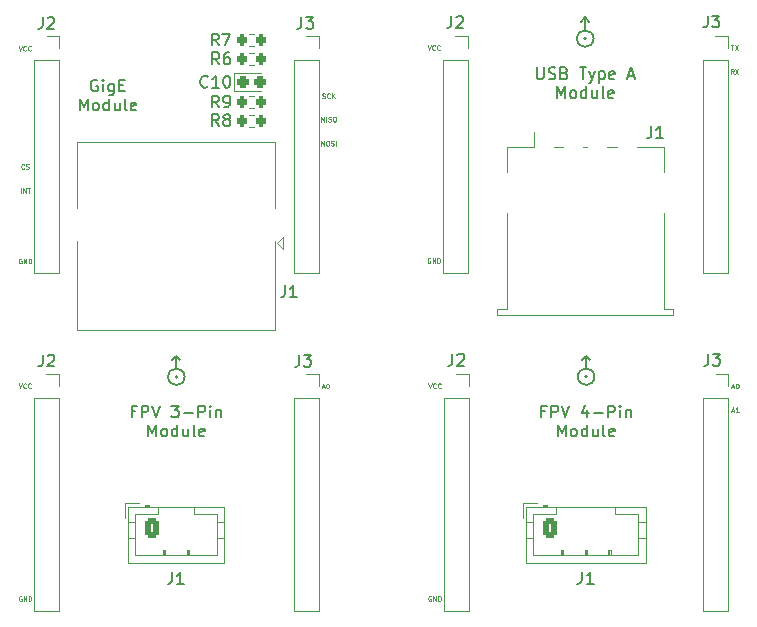
<source format=gbr>
%TF.GenerationSoftware,KiCad,Pcbnew,7.0.7*%
%TF.CreationDate,2023-10-04T23:53:34-06:00*%
%TF.ProjectId,Modular_Interfaces,4d6f6475-6c61-4725-9f49-6e7465726661,rev?*%
%TF.SameCoordinates,Original*%
%TF.FileFunction,Legend,Top*%
%TF.FilePolarity,Positive*%
%FSLAX46Y46*%
G04 Gerber Fmt 4.6, Leading zero omitted, Abs format (unit mm)*
G04 Created by KiCad (PCBNEW 7.0.7) date 2023-10-04 23:53:34*
%MOMM*%
%LPD*%
G01*
G04 APERTURE LIST*
G04 Aperture macros list*
%AMRoundRect*
0 Rectangle with rounded corners*
0 $1 Rounding radius*
0 $2 $3 $4 $5 $6 $7 $8 $9 X,Y pos of 4 corners*
0 Add a 4 corners polygon primitive as box body*
4,1,4,$2,$3,$4,$5,$6,$7,$8,$9,$2,$3,0*
0 Add four circle primitives for the rounded corners*
1,1,$1+$1,$2,$3*
1,1,$1+$1,$4,$5*
1,1,$1+$1,$6,$7*
1,1,$1+$1,$8,$9*
0 Add four rect primitives between the rounded corners*
20,1,$1+$1,$2,$3,$4,$5,0*
20,1,$1+$1,$4,$5,$6,$7,0*
20,1,$1+$1,$6,$7,$8,$9,0*
20,1,$1+$1,$8,$9,$2,$3,0*%
G04 Aperture macros list end*
%ADD10C,0.100000*%
%ADD11C,0.150000*%
%ADD12C,0.120000*%
%ADD13R,1.350000X1.350000*%
%ADD14O,1.350000X1.350000*%
%ADD15C,3.250000*%
%ADD16R,1.500000X1.500000*%
%ADD17C,1.500000*%
%ADD18C,2.300000*%
%ADD19RoundRect,0.250000X-0.350000X-0.625000X0.350000X-0.625000X0.350000X0.625000X-0.350000X0.625000X0*%
%ADD20O,1.200000X1.750000*%
%ADD21RoundRect,0.250000X-0.287500X-0.275000X0.287500X-0.275000X0.287500X0.275000X-0.287500X0.275000X0*%
%ADD22RoundRect,0.200000X-0.200000X-0.275000X0.200000X-0.275000X0.200000X0.275000X-0.200000X0.275000X0*%
%ADD23R,1.250000X3.000000*%
%ADD24C,3.000000*%
G04 APERTURE END LIST*
D10*
X149982929Y-76581627D02*
X149982929Y-76181627D01*
X149982929Y-76181627D02*
X150116262Y-76467341D01*
X150116262Y-76467341D02*
X150249595Y-76181627D01*
X150249595Y-76181627D02*
X150249595Y-76581627D01*
X150516262Y-76181627D02*
X150592453Y-76181627D01*
X150592453Y-76181627D02*
X150630548Y-76200675D01*
X150630548Y-76200675D02*
X150668643Y-76238770D01*
X150668643Y-76238770D02*
X150687691Y-76314960D01*
X150687691Y-76314960D02*
X150687691Y-76448294D01*
X150687691Y-76448294D02*
X150668643Y-76524484D01*
X150668643Y-76524484D02*
X150630548Y-76562580D01*
X150630548Y-76562580D02*
X150592453Y-76581627D01*
X150592453Y-76581627D02*
X150516262Y-76581627D01*
X150516262Y-76581627D02*
X150478167Y-76562580D01*
X150478167Y-76562580D02*
X150440072Y-76524484D01*
X150440072Y-76524484D02*
X150421024Y-76448294D01*
X150421024Y-76448294D02*
X150421024Y-76314960D01*
X150421024Y-76314960D02*
X150440072Y-76238770D01*
X150440072Y-76238770D02*
X150478167Y-76200675D01*
X150478167Y-76200675D02*
X150516262Y-76181627D01*
X150840072Y-76562580D02*
X150897215Y-76581627D01*
X150897215Y-76581627D02*
X150992453Y-76581627D01*
X150992453Y-76581627D02*
X151030548Y-76562580D01*
X151030548Y-76562580D02*
X151049596Y-76543532D01*
X151049596Y-76543532D02*
X151068643Y-76505437D01*
X151068643Y-76505437D02*
X151068643Y-76467341D01*
X151068643Y-76467341D02*
X151049596Y-76429246D01*
X151049596Y-76429246D02*
X151030548Y-76410199D01*
X151030548Y-76410199D02*
X150992453Y-76391151D01*
X150992453Y-76391151D02*
X150916262Y-76372103D01*
X150916262Y-76372103D02*
X150878167Y-76353056D01*
X150878167Y-76353056D02*
X150859120Y-76334008D01*
X150859120Y-76334008D02*
X150840072Y-76295913D01*
X150840072Y-76295913D02*
X150840072Y-76257818D01*
X150840072Y-76257818D02*
X150859120Y-76219722D01*
X150859120Y-76219722D02*
X150878167Y-76200675D01*
X150878167Y-76200675D02*
X150916262Y-76181627D01*
X150916262Y-76181627D02*
X151011501Y-76181627D01*
X151011501Y-76181627D02*
X151068643Y-76200675D01*
X151240072Y-76581627D02*
X151240072Y-76181627D01*
X184910533Y-70494127D02*
X184777200Y-70303651D01*
X184681962Y-70494127D02*
X184681962Y-70094127D01*
X184681962Y-70094127D02*
X184834343Y-70094127D01*
X184834343Y-70094127D02*
X184872438Y-70113175D01*
X184872438Y-70113175D02*
X184891485Y-70132222D01*
X184891485Y-70132222D02*
X184910533Y-70170318D01*
X184910533Y-70170318D02*
X184910533Y-70227460D01*
X184910533Y-70227460D02*
X184891485Y-70265556D01*
X184891485Y-70265556D02*
X184872438Y-70284603D01*
X184872438Y-70284603D02*
X184834343Y-70303651D01*
X184834343Y-70303651D02*
X184681962Y-70303651D01*
X185043866Y-70094127D02*
X185310533Y-70494127D01*
X185310533Y-70094127D02*
X185043866Y-70494127D01*
D11*
X168967910Y-99068927D02*
X168634577Y-99068927D01*
X168634577Y-99592737D02*
X168634577Y-98592737D01*
X168634577Y-98592737D02*
X169110767Y-98592737D01*
X169491720Y-99592737D02*
X169491720Y-98592737D01*
X169491720Y-98592737D02*
X169872672Y-98592737D01*
X169872672Y-98592737D02*
X169967910Y-98640356D01*
X169967910Y-98640356D02*
X170015529Y-98687975D01*
X170015529Y-98687975D02*
X170063148Y-98783213D01*
X170063148Y-98783213D02*
X170063148Y-98926070D01*
X170063148Y-98926070D02*
X170015529Y-99021308D01*
X170015529Y-99021308D02*
X169967910Y-99068927D01*
X169967910Y-99068927D02*
X169872672Y-99116546D01*
X169872672Y-99116546D02*
X169491720Y-99116546D01*
X170348863Y-98592737D02*
X170682196Y-99592737D01*
X170682196Y-99592737D02*
X171015529Y-98592737D01*
X172539339Y-98926070D02*
X172539339Y-99592737D01*
X172301244Y-98545118D02*
X172063149Y-99259403D01*
X172063149Y-99259403D02*
X172682196Y-99259403D01*
X173063149Y-99211784D02*
X173825054Y-99211784D01*
X174301244Y-99592737D02*
X174301244Y-98592737D01*
X174301244Y-98592737D02*
X174682196Y-98592737D01*
X174682196Y-98592737D02*
X174777434Y-98640356D01*
X174777434Y-98640356D02*
X174825053Y-98687975D01*
X174825053Y-98687975D02*
X174872672Y-98783213D01*
X174872672Y-98783213D02*
X174872672Y-98926070D01*
X174872672Y-98926070D02*
X174825053Y-99021308D01*
X174825053Y-99021308D02*
X174777434Y-99068927D01*
X174777434Y-99068927D02*
X174682196Y-99116546D01*
X174682196Y-99116546D02*
X174301244Y-99116546D01*
X175301244Y-99592737D02*
X175301244Y-98926070D01*
X175301244Y-98592737D02*
X175253625Y-98640356D01*
X175253625Y-98640356D02*
X175301244Y-98687975D01*
X175301244Y-98687975D02*
X175348863Y-98640356D01*
X175348863Y-98640356D02*
X175301244Y-98592737D01*
X175301244Y-98592737D02*
X175301244Y-98687975D01*
X175777434Y-98926070D02*
X175777434Y-99592737D01*
X175777434Y-99021308D02*
X175825053Y-98973689D01*
X175825053Y-98973689D02*
X175920291Y-98926070D01*
X175920291Y-98926070D02*
X176063148Y-98926070D01*
X176063148Y-98926070D02*
X176158386Y-98973689D01*
X176158386Y-98973689D02*
X176206005Y-99068927D01*
X176206005Y-99068927D02*
X176206005Y-99592737D01*
X170039338Y-101202737D02*
X170039338Y-100202737D01*
X170039338Y-100202737D02*
X170372671Y-100917022D01*
X170372671Y-100917022D02*
X170706004Y-100202737D01*
X170706004Y-100202737D02*
X170706004Y-101202737D01*
X171325052Y-101202737D02*
X171229814Y-101155118D01*
X171229814Y-101155118D02*
X171182195Y-101107498D01*
X171182195Y-101107498D02*
X171134576Y-101012260D01*
X171134576Y-101012260D02*
X171134576Y-100726546D01*
X171134576Y-100726546D02*
X171182195Y-100631308D01*
X171182195Y-100631308D02*
X171229814Y-100583689D01*
X171229814Y-100583689D02*
X171325052Y-100536070D01*
X171325052Y-100536070D02*
X171467909Y-100536070D01*
X171467909Y-100536070D02*
X171563147Y-100583689D01*
X171563147Y-100583689D02*
X171610766Y-100631308D01*
X171610766Y-100631308D02*
X171658385Y-100726546D01*
X171658385Y-100726546D02*
X171658385Y-101012260D01*
X171658385Y-101012260D02*
X171610766Y-101107498D01*
X171610766Y-101107498D02*
X171563147Y-101155118D01*
X171563147Y-101155118D02*
X171467909Y-101202737D01*
X171467909Y-101202737D02*
X171325052Y-101202737D01*
X172515528Y-101202737D02*
X172515528Y-100202737D01*
X172515528Y-101155118D02*
X172420290Y-101202737D01*
X172420290Y-101202737D02*
X172229814Y-101202737D01*
X172229814Y-101202737D02*
X172134576Y-101155118D01*
X172134576Y-101155118D02*
X172086957Y-101107498D01*
X172086957Y-101107498D02*
X172039338Y-101012260D01*
X172039338Y-101012260D02*
X172039338Y-100726546D01*
X172039338Y-100726546D02*
X172086957Y-100631308D01*
X172086957Y-100631308D02*
X172134576Y-100583689D01*
X172134576Y-100583689D02*
X172229814Y-100536070D01*
X172229814Y-100536070D02*
X172420290Y-100536070D01*
X172420290Y-100536070D02*
X172515528Y-100583689D01*
X173420290Y-100536070D02*
X173420290Y-101202737D01*
X172991719Y-100536070D02*
X172991719Y-101059879D01*
X172991719Y-101059879D02*
X173039338Y-101155118D01*
X173039338Y-101155118D02*
X173134576Y-101202737D01*
X173134576Y-101202737D02*
X173277433Y-101202737D01*
X173277433Y-101202737D02*
X173372671Y-101155118D01*
X173372671Y-101155118D02*
X173420290Y-101107498D01*
X174039338Y-101202737D02*
X173944100Y-101155118D01*
X173944100Y-101155118D02*
X173896481Y-101059879D01*
X173896481Y-101059879D02*
X173896481Y-100202737D01*
X174801243Y-101155118D02*
X174706005Y-101202737D01*
X174706005Y-101202737D02*
X174515529Y-101202737D01*
X174515529Y-101202737D02*
X174420291Y-101155118D01*
X174420291Y-101155118D02*
X174372672Y-101059879D01*
X174372672Y-101059879D02*
X174372672Y-100678927D01*
X174372672Y-100678927D02*
X174420291Y-100583689D01*
X174420291Y-100583689D02*
X174515529Y-100536070D01*
X174515529Y-100536070D02*
X174706005Y-100536070D01*
X174706005Y-100536070D02*
X174801243Y-100583689D01*
X174801243Y-100583689D02*
X174848862Y-100678927D01*
X174848862Y-100678927D02*
X174848862Y-100774165D01*
X174848862Y-100774165D02*
X174372672Y-100869403D01*
D10*
X159074158Y-96714765D02*
X159207491Y-97114765D01*
X159207491Y-97114765D02*
X159340824Y-96714765D01*
X159702729Y-97076670D02*
X159683681Y-97095718D01*
X159683681Y-97095718D02*
X159626539Y-97114765D01*
X159626539Y-97114765D02*
X159588443Y-97114765D01*
X159588443Y-97114765D02*
X159531300Y-97095718D01*
X159531300Y-97095718D02*
X159493205Y-97057622D01*
X159493205Y-97057622D02*
X159474158Y-97019527D01*
X159474158Y-97019527D02*
X159455110Y-96943337D01*
X159455110Y-96943337D02*
X159455110Y-96886194D01*
X159455110Y-96886194D02*
X159474158Y-96810003D01*
X159474158Y-96810003D02*
X159493205Y-96771908D01*
X159493205Y-96771908D02*
X159531300Y-96733813D01*
X159531300Y-96733813D02*
X159588443Y-96714765D01*
X159588443Y-96714765D02*
X159626539Y-96714765D01*
X159626539Y-96714765D02*
X159683681Y-96733813D01*
X159683681Y-96733813D02*
X159702729Y-96752860D01*
X160102729Y-97076670D02*
X160083681Y-97095718D01*
X160083681Y-97095718D02*
X160026539Y-97114765D01*
X160026539Y-97114765D02*
X159988443Y-97114765D01*
X159988443Y-97114765D02*
X159931300Y-97095718D01*
X159931300Y-97095718D02*
X159893205Y-97057622D01*
X159893205Y-97057622D02*
X159874158Y-97019527D01*
X159874158Y-97019527D02*
X159855110Y-96943337D01*
X159855110Y-96943337D02*
X159855110Y-96886194D01*
X159855110Y-96886194D02*
X159874158Y-96810003D01*
X159874158Y-96810003D02*
X159893205Y-96771908D01*
X159893205Y-96771908D02*
X159931300Y-96733813D01*
X159931300Y-96733813D02*
X159988443Y-96714765D01*
X159988443Y-96714765D02*
X160026539Y-96714765D01*
X160026539Y-96714765D02*
X160083681Y-96733813D01*
X160083681Y-96733813D02*
X160102729Y-96752860D01*
X159232437Y-86123175D02*
X159194342Y-86104127D01*
X159194342Y-86104127D02*
X159137199Y-86104127D01*
X159137199Y-86104127D02*
X159080056Y-86123175D01*
X159080056Y-86123175D02*
X159041961Y-86161270D01*
X159041961Y-86161270D02*
X159022914Y-86199365D01*
X159022914Y-86199365D02*
X159003866Y-86275556D01*
X159003866Y-86275556D02*
X159003866Y-86332699D01*
X159003866Y-86332699D02*
X159022914Y-86408889D01*
X159022914Y-86408889D02*
X159041961Y-86446984D01*
X159041961Y-86446984D02*
X159080056Y-86485080D01*
X159080056Y-86485080D02*
X159137199Y-86504127D01*
X159137199Y-86504127D02*
X159175295Y-86504127D01*
X159175295Y-86504127D02*
X159232437Y-86485080D01*
X159232437Y-86485080D02*
X159251485Y-86466032D01*
X159251485Y-86466032D02*
X159251485Y-86332699D01*
X159251485Y-86332699D02*
X159175295Y-86332699D01*
X159422914Y-86504127D02*
X159422914Y-86104127D01*
X159422914Y-86104127D02*
X159651485Y-86504127D01*
X159651485Y-86504127D02*
X159651485Y-86104127D01*
X159841962Y-86504127D02*
X159841962Y-86104127D01*
X159841962Y-86104127D02*
X159937200Y-86104127D01*
X159937200Y-86104127D02*
X159994343Y-86123175D01*
X159994343Y-86123175D02*
X160032438Y-86161270D01*
X160032438Y-86161270D02*
X160051485Y-86199365D01*
X160051485Y-86199365D02*
X160070533Y-86275556D01*
X160070533Y-86275556D02*
X160070533Y-86332699D01*
X160070533Y-86332699D02*
X160051485Y-86408889D01*
X160051485Y-86408889D02*
X160032438Y-86446984D01*
X160032438Y-86446984D02*
X159994343Y-86485080D01*
X159994343Y-86485080D02*
X159937200Y-86504127D01*
X159937200Y-86504127D02*
X159841962Y-86504127D01*
D11*
X131050547Y-71039218D02*
X130955309Y-70991599D01*
X130955309Y-70991599D02*
X130812452Y-70991599D01*
X130812452Y-70991599D02*
X130669595Y-71039218D01*
X130669595Y-71039218D02*
X130574357Y-71134456D01*
X130574357Y-71134456D02*
X130526738Y-71229694D01*
X130526738Y-71229694D02*
X130479119Y-71420170D01*
X130479119Y-71420170D02*
X130479119Y-71563027D01*
X130479119Y-71563027D02*
X130526738Y-71753503D01*
X130526738Y-71753503D02*
X130574357Y-71848741D01*
X130574357Y-71848741D02*
X130669595Y-71943980D01*
X130669595Y-71943980D02*
X130812452Y-71991599D01*
X130812452Y-71991599D02*
X130907690Y-71991599D01*
X130907690Y-71991599D02*
X131050547Y-71943980D01*
X131050547Y-71943980D02*
X131098166Y-71896360D01*
X131098166Y-71896360D02*
X131098166Y-71563027D01*
X131098166Y-71563027D02*
X130907690Y-71563027D01*
X131526738Y-71991599D02*
X131526738Y-71324932D01*
X131526738Y-70991599D02*
X131479119Y-71039218D01*
X131479119Y-71039218D02*
X131526738Y-71086837D01*
X131526738Y-71086837D02*
X131574357Y-71039218D01*
X131574357Y-71039218D02*
X131526738Y-70991599D01*
X131526738Y-70991599D02*
X131526738Y-71086837D01*
X132431499Y-71324932D02*
X132431499Y-72134456D01*
X132431499Y-72134456D02*
X132383880Y-72229694D01*
X132383880Y-72229694D02*
X132336261Y-72277313D01*
X132336261Y-72277313D02*
X132241023Y-72324932D01*
X132241023Y-72324932D02*
X132098166Y-72324932D01*
X132098166Y-72324932D02*
X132002928Y-72277313D01*
X132431499Y-71943980D02*
X132336261Y-71991599D01*
X132336261Y-71991599D02*
X132145785Y-71991599D01*
X132145785Y-71991599D02*
X132050547Y-71943980D01*
X132050547Y-71943980D02*
X132002928Y-71896360D01*
X132002928Y-71896360D02*
X131955309Y-71801122D01*
X131955309Y-71801122D02*
X131955309Y-71515408D01*
X131955309Y-71515408D02*
X132002928Y-71420170D01*
X132002928Y-71420170D02*
X132050547Y-71372551D01*
X132050547Y-71372551D02*
X132145785Y-71324932D01*
X132145785Y-71324932D02*
X132336261Y-71324932D01*
X132336261Y-71324932D02*
X132431499Y-71372551D01*
X132907690Y-71467789D02*
X133241023Y-71467789D01*
X133383880Y-71991599D02*
X132907690Y-71991599D01*
X132907690Y-71991599D02*
X132907690Y-70991599D01*
X132907690Y-70991599D02*
X133383880Y-70991599D01*
X129550547Y-73601599D02*
X129550547Y-72601599D01*
X129550547Y-72601599D02*
X129883880Y-73315884D01*
X129883880Y-73315884D02*
X130217213Y-72601599D01*
X130217213Y-72601599D02*
X130217213Y-73601599D01*
X130836261Y-73601599D02*
X130741023Y-73553980D01*
X130741023Y-73553980D02*
X130693404Y-73506360D01*
X130693404Y-73506360D02*
X130645785Y-73411122D01*
X130645785Y-73411122D02*
X130645785Y-73125408D01*
X130645785Y-73125408D02*
X130693404Y-73030170D01*
X130693404Y-73030170D02*
X130741023Y-72982551D01*
X130741023Y-72982551D02*
X130836261Y-72934932D01*
X130836261Y-72934932D02*
X130979118Y-72934932D01*
X130979118Y-72934932D02*
X131074356Y-72982551D01*
X131074356Y-72982551D02*
X131121975Y-73030170D01*
X131121975Y-73030170D02*
X131169594Y-73125408D01*
X131169594Y-73125408D02*
X131169594Y-73411122D01*
X131169594Y-73411122D02*
X131121975Y-73506360D01*
X131121975Y-73506360D02*
X131074356Y-73553980D01*
X131074356Y-73553980D02*
X130979118Y-73601599D01*
X130979118Y-73601599D02*
X130836261Y-73601599D01*
X132026737Y-73601599D02*
X132026737Y-72601599D01*
X132026737Y-73553980D02*
X131931499Y-73601599D01*
X131931499Y-73601599D02*
X131741023Y-73601599D01*
X131741023Y-73601599D02*
X131645785Y-73553980D01*
X131645785Y-73553980D02*
X131598166Y-73506360D01*
X131598166Y-73506360D02*
X131550547Y-73411122D01*
X131550547Y-73411122D02*
X131550547Y-73125408D01*
X131550547Y-73125408D02*
X131598166Y-73030170D01*
X131598166Y-73030170D02*
X131645785Y-72982551D01*
X131645785Y-72982551D02*
X131741023Y-72934932D01*
X131741023Y-72934932D02*
X131931499Y-72934932D01*
X131931499Y-72934932D02*
X132026737Y-72982551D01*
X132931499Y-72934932D02*
X132931499Y-73601599D01*
X132502928Y-72934932D02*
X132502928Y-73458741D01*
X132502928Y-73458741D02*
X132550547Y-73553980D01*
X132550547Y-73553980D02*
X132645785Y-73601599D01*
X132645785Y-73601599D02*
X132788642Y-73601599D01*
X132788642Y-73601599D02*
X132883880Y-73553980D01*
X132883880Y-73553980D02*
X132931499Y-73506360D01*
X133550547Y-73601599D02*
X133455309Y-73553980D01*
X133455309Y-73553980D02*
X133407690Y-73458741D01*
X133407690Y-73458741D02*
X133407690Y-72601599D01*
X134312452Y-73553980D02*
X134217214Y-73601599D01*
X134217214Y-73601599D02*
X134026738Y-73601599D01*
X134026738Y-73601599D02*
X133931500Y-73553980D01*
X133931500Y-73553980D02*
X133883881Y-73458741D01*
X133883881Y-73458741D02*
X133883881Y-73077789D01*
X133883881Y-73077789D02*
X133931500Y-72982551D01*
X133931500Y-72982551D02*
X134026738Y-72934932D01*
X134026738Y-72934932D02*
X134217214Y-72934932D01*
X134217214Y-72934932D02*
X134312452Y-72982551D01*
X134312452Y-72982551D02*
X134360071Y-73077789D01*
X134360071Y-73077789D02*
X134360071Y-73173027D01*
X134360071Y-73173027D02*
X133883881Y-73268265D01*
D10*
X124854833Y-78513532D02*
X124835785Y-78532580D01*
X124835785Y-78532580D02*
X124778643Y-78551627D01*
X124778643Y-78551627D02*
X124740547Y-78551627D01*
X124740547Y-78551627D02*
X124683404Y-78532580D01*
X124683404Y-78532580D02*
X124645309Y-78494484D01*
X124645309Y-78494484D02*
X124626262Y-78456389D01*
X124626262Y-78456389D02*
X124607214Y-78380199D01*
X124607214Y-78380199D02*
X124607214Y-78323056D01*
X124607214Y-78323056D02*
X124626262Y-78246865D01*
X124626262Y-78246865D02*
X124645309Y-78208770D01*
X124645309Y-78208770D02*
X124683404Y-78170675D01*
X124683404Y-78170675D02*
X124740547Y-78151627D01*
X124740547Y-78151627D02*
X124778643Y-78151627D01*
X124778643Y-78151627D02*
X124835785Y-78170675D01*
X124835785Y-78170675D02*
X124854833Y-78189722D01*
X125007214Y-78532580D02*
X125064357Y-78551627D01*
X125064357Y-78551627D02*
X125159595Y-78551627D01*
X125159595Y-78551627D02*
X125197690Y-78532580D01*
X125197690Y-78532580D02*
X125216738Y-78513532D01*
X125216738Y-78513532D02*
X125235785Y-78475437D01*
X125235785Y-78475437D02*
X125235785Y-78437341D01*
X125235785Y-78437341D02*
X125216738Y-78399246D01*
X125216738Y-78399246D02*
X125197690Y-78380199D01*
X125197690Y-78380199D02*
X125159595Y-78361151D01*
X125159595Y-78361151D02*
X125083404Y-78342103D01*
X125083404Y-78342103D02*
X125045309Y-78323056D01*
X125045309Y-78323056D02*
X125026262Y-78304008D01*
X125026262Y-78304008D02*
X125007214Y-78265913D01*
X125007214Y-78265913D02*
X125007214Y-78227818D01*
X125007214Y-78227818D02*
X125026262Y-78189722D01*
X125026262Y-78189722D02*
X125045309Y-78170675D01*
X125045309Y-78170675D02*
X125083404Y-78151627D01*
X125083404Y-78151627D02*
X125178643Y-78151627D01*
X125178643Y-78151627D02*
X125235785Y-78170675D01*
X150067977Y-97019479D02*
X150258453Y-97019479D01*
X150029882Y-97133765D02*
X150163215Y-96733765D01*
X150163215Y-96733765D02*
X150296548Y-97133765D01*
X150506072Y-96733765D02*
X150544167Y-96733765D01*
X150544167Y-96733765D02*
X150582263Y-96752813D01*
X150582263Y-96752813D02*
X150601310Y-96771860D01*
X150601310Y-96771860D02*
X150620358Y-96809956D01*
X150620358Y-96809956D02*
X150639405Y-96886146D01*
X150639405Y-96886146D02*
X150639405Y-96981384D01*
X150639405Y-96981384D02*
X150620358Y-97057575D01*
X150620358Y-97057575D02*
X150601310Y-97095670D01*
X150601310Y-97095670D02*
X150582263Y-97114718D01*
X150582263Y-97114718D02*
X150544167Y-97133765D01*
X150544167Y-97133765D02*
X150506072Y-97133765D01*
X150506072Y-97133765D02*
X150467977Y-97114718D01*
X150467977Y-97114718D02*
X150448929Y-97095670D01*
X150448929Y-97095670D02*
X150429882Y-97057575D01*
X150429882Y-97057575D02*
X150410834Y-96981384D01*
X150410834Y-96981384D02*
X150410834Y-96886146D01*
X150410834Y-96886146D02*
X150429882Y-96809956D01*
X150429882Y-96809956D02*
X150448929Y-96771860D01*
X150448929Y-96771860D02*
X150467977Y-96752813D01*
X150467977Y-96752813D02*
X150506072Y-96733765D01*
X124616737Y-86170675D02*
X124578642Y-86151627D01*
X124578642Y-86151627D02*
X124521499Y-86151627D01*
X124521499Y-86151627D02*
X124464356Y-86170675D01*
X124464356Y-86170675D02*
X124426261Y-86208770D01*
X124426261Y-86208770D02*
X124407214Y-86246865D01*
X124407214Y-86246865D02*
X124388166Y-86323056D01*
X124388166Y-86323056D02*
X124388166Y-86380199D01*
X124388166Y-86380199D02*
X124407214Y-86456389D01*
X124407214Y-86456389D02*
X124426261Y-86494484D01*
X124426261Y-86494484D02*
X124464356Y-86532580D01*
X124464356Y-86532580D02*
X124521499Y-86551627D01*
X124521499Y-86551627D02*
X124559595Y-86551627D01*
X124559595Y-86551627D02*
X124616737Y-86532580D01*
X124616737Y-86532580D02*
X124635785Y-86513532D01*
X124635785Y-86513532D02*
X124635785Y-86380199D01*
X124635785Y-86380199D02*
X124559595Y-86380199D01*
X124807214Y-86551627D02*
X124807214Y-86151627D01*
X124807214Y-86151627D02*
X125035785Y-86551627D01*
X125035785Y-86551627D02*
X125035785Y-86151627D01*
X125226262Y-86551627D02*
X125226262Y-86151627D01*
X125226262Y-86151627D02*
X125321500Y-86151627D01*
X125321500Y-86151627D02*
X125378643Y-86170675D01*
X125378643Y-86170675D02*
X125416738Y-86208770D01*
X125416738Y-86208770D02*
X125435785Y-86246865D01*
X125435785Y-86246865D02*
X125454833Y-86323056D01*
X125454833Y-86323056D02*
X125454833Y-86380199D01*
X125454833Y-86380199D02*
X125435785Y-86456389D01*
X125435785Y-86456389D02*
X125416738Y-86494484D01*
X125416738Y-86494484D02*
X125378643Y-86532580D01*
X125378643Y-86532580D02*
X125321500Y-86551627D01*
X125321500Y-86551627D02*
X125226262Y-86551627D01*
X124559595Y-80551627D02*
X124559595Y-80151627D01*
X124750071Y-80551627D02*
X124750071Y-80151627D01*
X124750071Y-80151627D02*
X124978642Y-80551627D01*
X124978642Y-80551627D02*
X124978642Y-80151627D01*
X125111976Y-80151627D02*
X125340547Y-80151627D01*
X125226261Y-80551627D02*
X125226261Y-80151627D01*
X184672438Y-68104127D02*
X184901009Y-68104127D01*
X184786723Y-68504127D02*
X184786723Y-68104127D01*
X184996247Y-68104127D02*
X185262914Y-68504127D01*
X185262914Y-68104127D02*
X184996247Y-68504127D01*
X184761777Y-97020479D02*
X184952253Y-97020479D01*
X184723682Y-97134765D02*
X184857015Y-96734765D01*
X184857015Y-96734765D02*
X184990348Y-97134765D01*
X185199872Y-96734765D02*
X185237967Y-96734765D01*
X185237967Y-96734765D02*
X185276063Y-96753813D01*
X185276063Y-96753813D02*
X185295110Y-96772860D01*
X185295110Y-96772860D02*
X185314158Y-96810956D01*
X185314158Y-96810956D02*
X185333205Y-96887146D01*
X185333205Y-96887146D02*
X185333205Y-96982384D01*
X185333205Y-96982384D02*
X185314158Y-97058575D01*
X185314158Y-97058575D02*
X185295110Y-97096670D01*
X185295110Y-97096670D02*
X185276063Y-97115718D01*
X185276063Y-97115718D02*
X185237967Y-97134765D01*
X185237967Y-97134765D02*
X185199872Y-97134765D01*
X185199872Y-97134765D02*
X185161777Y-97115718D01*
X185161777Y-97115718D02*
X185142729Y-97096670D01*
X185142729Y-97096670D02*
X185123682Y-97058575D01*
X185123682Y-97058575D02*
X185104634Y-96982384D01*
X185104634Y-96982384D02*
X185104634Y-96887146D01*
X185104634Y-96887146D02*
X185123682Y-96810956D01*
X185123682Y-96810956D02*
X185142729Y-96772860D01*
X185142729Y-96772860D02*
X185161777Y-96753813D01*
X185161777Y-96753813D02*
X185199872Y-96734765D01*
X184761577Y-99019679D02*
X184952053Y-99019679D01*
X184723482Y-99133965D02*
X184856815Y-98733965D01*
X184856815Y-98733965D02*
X184990148Y-99133965D01*
X185333005Y-99133965D02*
X185104434Y-99133965D01*
X185218720Y-99133965D02*
X185218720Y-98733965D01*
X185218720Y-98733965D02*
X185180624Y-98791108D01*
X185180624Y-98791108D02*
X185142529Y-98829203D01*
X185142529Y-98829203D02*
X185104434Y-98848251D01*
X159003867Y-68084127D02*
X159137200Y-68484127D01*
X159137200Y-68484127D02*
X159270533Y-68084127D01*
X159632438Y-68446032D02*
X159613390Y-68465080D01*
X159613390Y-68465080D02*
X159556248Y-68484127D01*
X159556248Y-68484127D02*
X159518152Y-68484127D01*
X159518152Y-68484127D02*
X159461009Y-68465080D01*
X159461009Y-68465080D02*
X159422914Y-68426984D01*
X159422914Y-68426984D02*
X159403867Y-68388889D01*
X159403867Y-68388889D02*
X159384819Y-68312699D01*
X159384819Y-68312699D02*
X159384819Y-68255556D01*
X159384819Y-68255556D02*
X159403867Y-68179365D01*
X159403867Y-68179365D02*
X159422914Y-68141270D01*
X159422914Y-68141270D02*
X159461009Y-68103175D01*
X159461009Y-68103175D02*
X159518152Y-68084127D01*
X159518152Y-68084127D02*
X159556248Y-68084127D01*
X159556248Y-68084127D02*
X159613390Y-68103175D01*
X159613390Y-68103175D02*
X159632438Y-68122222D01*
X160032438Y-68446032D02*
X160013390Y-68465080D01*
X160013390Y-68465080D02*
X159956248Y-68484127D01*
X159956248Y-68484127D02*
X159918152Y-68484127D01*
X159918152Y-68484127D02*
X159861009Y-68465080D01*
X159861009Y-68465080D02*
X159822914Y-68426984D01*
X159822914Y-68426984D02*
X159803867Y-68388889D01*
X159803867Y-68388889D02*
X159784819Y-68312699D01*
X159784819Y-68312699D02*
X159784819Y-68255556D01*
X159784819Y-68255556D02*
X159803867Y-68179365D01*
X159803867Y-68179365D02*
X159822914Y-68141270D01*
X159822914Y-68141270D02*
X159861009Y-68103175D01*
X159861009Y-68103175D02*
X159918152Y-68084127D01*
X159918152Y-68084127D02*
X159956248Y-68084127D01*
X159956248Y-68084127D02*
X160013390Y-68103175D01*
X160013390Y-68103175D02*
X160032438Y-68122222D01*
D11*
X134274110Y-99067927D02*
X133940777Y-99067927D01*
X133940777Y-99591737D02*
X133940777Y-98591737D01*
X133940777Y-98591737D02*
X134416967Y-98591737D01*
X134797920Y-99591737D02*
X134797920Y-98591737D01*
X134797920Y-98591737D02*
X135178872Y-98591737D01*
X135178872Y-98591737D02*
X135274110Y-98639356D01*
X135274110Y-98639356D02*
X135321729Y-98686975D01*
X135321729Y-98686975D02*
X135369348Y-98782213D01*
X135369348Y-98782213D02*
X135369348Y-98925070D01*
X135369348Y-98925070D02*
X135321729Y-99020308D01*
X135321729Y-99020308D02*
X135274110Y-99067927D01*
X135274110Y-99067927D02*
X135178872Y-99115546D01*
X135178872Y-99115546D02*
X134797920Y-99115546D01*
X135655063Y-98591737D02*
X135988396Y-99591737D01*
X135988396Y-99591737D02*
X136321729Y-98591737D01*
X137321730Y-98591737D02*
X137940777Y-98591737D01*
X137940777Y-98591737D02*
X137607444Y-98972689D01*
X137607444Y-98972689D02*
X137750301Y-98972689D01*
X137750301Y-98972689D02*
X137845539Y-99020308D01*
X137845539Y-99020308D02*
X137893158Y-99067927D01*
X137893158Y-99067927D02*
X137940777Y-99163165D01*
X137940777Y-99163165D02*
X137940777Y-99401260D01*
X137940777Y-99401260D02*
X137893158Y-99496498D01*
X137893158Y-99496498D02*
X137845539Y-99544118D01*
X137845539Y-99544118D02*
X137750301Y-99591737D01*
X137750301Y-99591737D02*
X137464587Y-99591737D01*
X137464587Y-99591737D02*
X137369349Y-99544118D01*
X137369349Y-99544118D02*
X137321730Y-99496498D01*
X138369349Y-99210784D02*
X139131254Y-99210784D01*
X139607444Y-99591737D02*
X139607444Y-98591737D01*
X139607444Y-98591737D02*
X139988396Y-98591737D01*
X139988396Y-98591737D02*
X140083634Y-98639356D01*
X140083634Y-98639356D02*
X140131253Y-98686975D01*
X140131253Y-98686975D02*
X140178872Y-98782213D01*
X140178872Y-98782213D02*
X140178872Y-98925070D01*
X140178872Y-98925070D02*
X140131253Y-99020308D01*
X140131253Y-99020308D02*
X140083634Y-99067927D01*
X140083634Y-99067927D02*
X139988396Y-99115546D01*
X139988396Y-99115546D02*
X139607444Y-99115546D01*
X140607444Y-99591737D02*
X140607444Y-98925070D01*
X140607444Y-98591737D02*
X140559825Y-98639356D01*
X140559825Y-98639356D02*
X140607444Y-98686975D01*
X140607444Y-98686975D02*
X140655063Y-98639356D01*
X140655063Y-98639356D02*
X140607444Y-98591737D01*
X140607444Y-98591737D02*
X140607444Y-98686975D01*
X141083634Y-98925070D02*
X141083634Y-99591737D01*
X141083634Y-99020308D02*
X141131253Y-98972689D01*
X141131253Y-98972689D02*
X141226491Y-98925070D01*
X141226491Y-98925070D02*
X141369348Y-98925070D01*
X141369348Y-98925070D02*
X141464586Y-98972689D01*
X141464586Y-98972689D02*
X141512205Y-99067927D01*
X141512205Y-99067927D02*
X141512205Y-99591737D01*
X135345538Y-101201737D02*
X135345538Y-100201737D01*
X135345538Y-100201737D02*
X135678871Y-100916022D01*
X135678871Y-100916022D02*
X136012204Y-100201737D01*
X136012204Y-100201737D02*
X136012204Y-101201737D01*
X136631252Y-101201737D02*
X136536014Y-101154118D01*
X136536014Y-101154118D02*
X136488395Y-101106498D01*
X136488395Y-101106498D02*
X136440776Y-101011260D01*
X136440776Y-101011260D02*
X136440776Y-100725546D01*
X136440776Y-100725546D02*
X136488395Y-100630308D01*
X136488395Y-100630308D02*
X136536014Y-100582689D01*
X136536014Y-100582689D02*
X136631252Y-100535070D01*
X136631252Y-100535070D02*
X136774109Y-100535070D01*
X136774109Y-100535070D02*
X136869347Y-100582689D01*
X136869347Y-100582689D02*
X136916966Y-100630308D01*
X136916966Y-100630308D02*
X136964585Y-100725546D01*
X136964585Y-100725546D02*
X136964585Y-101011260D01*
X136964585Y-101011260D02*
X136916966Y-101106498D01*
X136916966Y-101106498D02*
X136869347Y-101154118D01*
X136869347Y-101154118D02*
X136774109Y-101201737D01*
X136774109Y-101201737D02*
X136631252Y-101201737D01*
X137821728Y-101201737D02*
X137821728Y-100201737D01*
X137821728Y-101154118D02*
X137726490Y-101201737D01*
X137726490Y-101201737D02*
X137536014Y-101201737D01*
X137536014Y-101201737D02*
X137440776Y-101154118D01*
X137440776Y-101154118D02*
X137393157Y-101106498D01*
X137393157Y-101106498D02*
X137345538Y-101011260D01*
X137345538Y-101011260D02*
X137345538Y-100725546D01*
X137345538Y-100725546D02*
X137393157Y-100630308D01*
X137393157Y-100630308D02*
X137440776Y-100582689D01*
X137440776Y-100582689D02*
X137536014Y-100535070D01*
X137536014Y-100535070D02*
X137726490Y-100535070D01*
X137726490Y-100535070D02*
X137821728Y-100582689D01*
X138726490Y-100535070D02*
X138726490Y-101201737D01*
X138297919Y-100535070D02*
X138297919Y-101058879D01*
X138297919Y-101058879D02*
X138345538Y-101154118D01*
X138345538Y-101154118D02*
X138440776Y-101201737D01*
X138440776Y-101201737D02*
X138583633Y-101201737D01*
X138583633Y-101201737D02*
X138678871Y-101154118D01*
X138678871Y-101154118D02*
X138726490Y-101106498D01*
X139345538Y-101201737D02*
X139250300Y-101154118D01*
X139250300Y-101154118D02*
X139202681Y-101058879D01*
X139202681Y-101058879D02*
X139202681Y-100201737D01*
X140107443Y-101154118D02*
X140012205Y-101201737D01*
X140012205Y-101201737D02*
X139821729Y-101201737D01*
X139821729Y-101201737D02*
X139726491Y-101154118D01*
X139726491Y-101154118D02*
X139678872Y-101058879D01*
X139678872Y-101058879D02*
X139678872Y-100677927D01*
X139678872Y-100677927D02*
X139726491Y-100582689D01*
X139726491Y-100582689D02*
X139821729Y-100535070D01*
X139821729Y-100535070D02*
X140012205Y-100535070D01*
X140012205Y-100535070D02*
X140107443Y-100582689D01*
X140107443Y-100582689D02*
X140155062Y-100677927D01*
X140155062Y-100677927D02*
X140155062Y-100773165D01*
X140155062Y-100773165D02*
X139678872Y-100868403D01*
X168254761Y-69962099D02*
X168254761Y-70771622D01*
X168254761Y-70771622D02*
X168302380Y-70866860D01*
X168302380Y-70866860D02*
X168349999Y-70914480D01*
X168349999Y-70914480D02*
X168445237Y-70962099D01*
X168445237Y-70962099D02*
X168635713Y-70962099D01*
X168635713Y-70962099D02*
X168730951Y-70914480D01*
X168730951Y-70914480D02*
X168778570Y-70866860D01*
X168778570Y-70866860D02*
X168826189Y-70771622D01*
X168826189Y-70771622D02*
X168826189Y-69962099D01*
X169254761Y-70914480D02*
X169397618Y-70962099D01*
X169397618Y-70962099D02*
X169635713Y-70962099D01*
X169635713Y-70962099D02*
X169730951Y-70914480D01*
X169730951Y-70914480D02*
X169778570Y-70866860D01*
X169778570Y-70866860D02*
X169826189Y-70771622D01*
X169826189Y-70771622D02*
X169826189Y-70676384D01*
X169826189Y-70676384D02*
X169778570Y-70581146D01*
X169778570Y-70581146D02*
X169730951Y-70533527D01*
X169730951Y-70533527D02*
X169635713Y-70485908D01*
X169635713Y-70485908D02*
X169445237Y-70438289D01*
X169445237Y-70438289D02*
X169349999Y-70390670D01*
X169349999Y-70390670D02*
X169302380Y-70343051D01*
X169302380Y-70343051D02*
X169254761Y-70247813D01*
X169254761Y-70247813D02*
X169254761Y-70152575D01*
X169254761Y-70152575D02*
X169302380Y-70057337D01*
X169302380Y-70057337D02*
X169349999Y-70009718D01*
X169349999Y-70009718D02*
X169445237Y-69962099D01*
X169445237Y-69962099D02*
X169683332Y-69962099D01*
X169683332Y-69962099D02*
X169826189Y-70009718D01*
X170588094Y-70438289D02*
X170730951Y-70485908D01*
X170730951Y-70485908D02*
X170778570Y-70533527D01*
X170778570Y-70533527D02*
X170826189Y-70628765D01*
X170826189Y-70628765D02*
X170826189Y-70771622D01*
X170826189Y-70771622D02*
X170778570Y-70866860D01*
X170778570Y-70866860D02*
X170730951Y-70914480D01*
X170730951Y-70914480D02*
X170635713Y-70962099D01*
X170635713Y-70962099D02*
X170254761Y-70962099D01*
X170254761Y-70962099D02*
X170254761Y-69962099D01*
X170254761Y-69962099D02*
X170588094Y-69962099D01*
X170588094Y-69962099D02*
X170683332Y-70009718D01*
X170683332Y-70009718D02*
X170730951Y-70057337D01*
X170730951Y-70057337D02*
X170778570Y-70152575D01*
X170778570Y-70152575D02*
X170778570Y-70247813D01*
X170778570Y-70247813D02*
X170730951Y-70343051D01*
X170730951Y-70343051D02*
X170683332Y-70390670D01*
X170683332Y-70390670D02*
X170588094Y-70438289D01*
X170588094Y-70438289D02*
X170254761Y-70438289D01*
X171873809Y-69962099D02*
X172445237Y-69962099D01*
X172159523Y-70962099D02*
X172159523Y-69962099D01*
X172683333Y-70295432D02*
X172921428Y-70962099D01*
X173159523Y-70295432D02*
X172921428Y-70962099D01*
X172921428Y-70962099D02*
X172826190Y-71200194D01*
X172826190Y-71200194D02*
X172778571Y-71247813D01*
X172778571Y-71247813D02*
X172683333Y-71295432D01*
X173540476Y-70295432D02*
X173540476Y-71295432D01*
X173540476Y-70343051D02*
X173635714Y-70295432D01*
X173635714Y-70295432D02*
X173826190Y-70295432D01*
X173826190Y-70295432D02*
X173921428Y-70343051D01*
X173921428Y-70343051D02*
X173969047Y-70390670D01*
X173969047Y-70390670D02*
X174016666Y-70485908D01*
X174016666Y-70485908D02*
X174016666Y-70771622D01*
X174016666Y-70771622D02*
X173969047Y-70866860D01*
X173969047Y-70866860D02*
X173921428Y-70914480D01*
X173921428Y-70914480D02*
X173826190Y-70962099D01*
X173826190Y-70962099D02*
X173635714Y-70962099D01*
X173635714Y-70962099D02*
X173540476Y-70914480D01*
X174826190Y-70914480D02*
X174730952Y-70962099D01*
X174730952Y-70962099D02*
X174540476Y-70962099D01*
X174540476Y-70962099D02*
X174445238Y-70914480D01*
X174445238Y-70914480D02*
X174397619Y-70819241D01*
X174397619Y-70819241D02*
X174397619Y-70438289D01*
X174397619Y-70438289D02*
X174445238Y-70343051D01*
X174445238Y-70343051D02*
X174540476Y-70295432D01*
X174540476Y-70295432D02*
X174730952Y-70295432D01*
X174730952Y-70295432D02*
X174826190Y-70343051D01*
X174826190Y-70343051D02*
X174873809Y-70438289D01*
X174873809Y-70438289D02*
X174873809Y-70533527D01*
X174873809Y-70533527D02*
X174397619Y-70628765D01*
X176016667Y-70676384D02*
X176492857Y-70676384D01*
X175921429Y-70962099D02*
X176254762Y-69962099D01*
X176254762Y-69962099D02*
X176588095Y-70962099D01*
X169969047Y-72572099D02*
X169969047Y-71572099D01*
X169969047Y-71572099D02*
X170302380Y-72286384D01*
X170302380Y-72286384D02*
X170635713Y-71572099D01*
X170635713Y-71572099D02*
X170635713Y-72572099D01*
X171254761Y-72572099D02*
X171159523Y-72524480D01*
X171159523Y-72524480D02*
X171111904Y-72476860D01*
X171111904Y-72476860D02*
X171064285Y-72381622D01*
X171064285Y-72381622D02*
X171064285Y-72095908D01*
X171064285Y-72095908D02*
X171111904Y-72000670D01*
X171111904Y-72000670D02*
X171159523Y-71953051D01*
X171159523Y-71953051D02*
X171254761Y-71905432D01*
X171254761Y-71905432D02*
X171397618Y-71905432D01*
X171397618Y-71905432D02*
X171492856Y-71953051D01*
X171492856Y-71953051D02*
X171540475Y-72000670D01*
X171540475Y-72000670D02*
X171588094Y-72095908D01*
X171588094Y-72095908D02*
X171588094Y-72381622D01*
X171588094Y-72381622D02*
X171540475Y-72476860D01*
X171540475Y-72476860D02*
X171492856Y-72524480D01*
X171492856Y-72524480D02*
X171397618Y-72572099D01*
X171397618Y-72572099D02*
X171254761Y-72572099D01*
X172445237Y-72572099D02*
X172445237Y-71572099D01*
X172445237Y-72524480D02*
X172349999Y-72572099D01*
X172349999Y-72572099D02*
X172159523Y-72572099D01*
X172159523Y-72572099D02*
X172064285Y-72524480D01*
X172064285Y-72524480D02*
X172016666Y-72476860D01*
X172016666Y-72476860D02*
X171969047Y-72381622D01*
X171969047Y-72381622D02*
X171969047Y-72095908D01*
X171969047Y-72095908D02*
X172016666Y-72000670D01*
X172016666Y-72000670D02*
X172064285Y-71953051D01*
X172064285Y-71953051D02*
X172159523Y-71905432D01*
X172159523Y-71905432D02*
X172349999Y-71905432D01*
X172349999Y-71905432D02*
X172445237Y-71953051D01*
X173349999Y-71905432D02*
X173349999Y-72572099D01*
X172921428Y-71905432D02*
X172921428Y-72429241D01*
X172921428Y-72429241D02*
X172969047Y-72524480D01*
X172969047Y-72524480D02*
X173064285Y-72572099D01*
X173064285Y-72572099D02*
X173207142Y-72572099D01*
X173207142Y-72572099D02*
X173302380Y-72524480D01*
X173302380Y-72524480D02*
X173349999Y-72476860D01*
X173969047Y-72572099D02*
X173873809Y-72524480D01*
X173873809Y-72524480D02*
X173826190Y-72429241D01*
X173826190Y-72429241D02*
X173826190Y-71572099D01*
X174730952Y-72524480D02*
X174635714Y-72572099D01*
X174635714Y-72572099D02*
X174445238Y-72572099D01*
X174445238Y-72572099D02*
X174350000Y-72524480D01*
X174350000Y-72524480D02*
X174302381Y-72429241D01*
X174302381Y-72429241D02*
X174302381Y-72048289D01*
X174302381Y-72048289D02*
X174350000Y-71953051D01*
X174350000Y-71953051D02*
X174445238Y-71905432D01*
X174445238Y-71905432D02*
X174635714Y-71905432D01*
X174635714Y-71905432D02*
X174730952Y-71953051D01*
X174730952Y-71953051D02*
X174778571Y-72048289D01*
X174778571Y-72048289D02*
X174778571Y-72143527D01*
X174778571Y-72143527D02*
X174302381Y-72238765D01*
D10*
X149982929Y-74541627D02*
X149982929Y-74141627D01*
X149982929Y-74141627D02*
X150116262Y-74427341D01*
X150116262Y-74427341D02*
X150249595Y-74141627D01*
X150249595Y-74141627D02*
X150249595Y-74541627D01*
X150440072Y-74541627D02*
X150440072Y-74141627D01*
X150611500Y-74522580D02*
X150668643Y-74541627D01*
X150668643Y-74541627D02*
X150763881Y-74541627D01*
X150763881Y-74541627D02*
X150801976Y-74522580D01*
X150801976Y-74522580D02*
X150821024Y-74503532D01*
X150821024Y-74503532D02*
X150840071Y-74465437D01*
X150840071Y-74465437D02*
X150840071Y-74427341D01*
X150840071Y-74427341D02*
X150821024Y-74389246D01*
X150821024Y-74389246D02*
X150801976Y-74370199D01*
X150801976Y-74370199D02*
X150763881Y-74351151D01*
X150763881Y-74351151D02*
X150687690Y-74332103D01*
X150687690Y-74332103D02*
X150649595Y-74313056D01*
X150649595Y-74313056D02*
X150630548Y-74294008D01*
X150630548Y-74294008D02*
X150611500Y-74255913D01*
X150611500Y-74255913D02*
X150611500Y-74217818D01*
X150611500Y-74217818D02*
X150630548Y-74179722D01*
X150630548Y-74179722D02*
X150649595Y-74160675D01*
X150649595Y-74160675D02*
X150687690Y-74141627D01*
X150687690Y-74141627D02*
X150782929Y-74141627D01*
X150782929Y-74141627D02*
X150840071Y-74160675D01*
X151087690Y-74141627D02*
X151163881Y-74141627D01*
X151163881Y-74141627D02*
X151201976Y-74160675D01*
X151201976Y-74160675D02*
X151240071Y-74198770D01*
X151240071Y-74198770D02*
X151259119Y-74274960D01*
X151259119Y-74274960D02*
X151259119Y-74408294D01*
X151259119Y-74408294D02*
X151240071Y-74484484D01*
X151240071Y-74484484D02*
X151201976Y-74522580D01*
X151201976Y-74522580D02*
X151163881Y-74541627D01*
X151163881Y-74541627D02*
X151087690Y-74541627D01*
X151087690Y-74541627D02*
X151049595Y-74522580D01*
X151049595Y-74522580D02*
X151011500Y-74484484D01*
X151011500Y-74484484D02*
X150992452Y-74408294D01*
X150992452Y-74408294D02*
X150992452Y-74274960D01*
X150992452Y-74274960D02*
X151011500Y-74198770D01*
X151011500Y-74198770D02*
X151049595Y-74160675D01*
X151049595Y-74160675D02*
X151087690Y-74141627D01*
X124608928Y-114752813D02*
X124570833Y-114733765D01*
X124570833Y-114733765D02*
X124513690Y-114733765D01*
X124513690Y-114733765D02*
X124456547Y-114752813D01*
X124456547Y-114752813D02*
X124418452Y-114790908D01*
X124418452Y-114790908D02*
X124399405Y-114829003D01*
X124399405Y-114829003D02*
X124380357Y-114905194D01*
X124380357Y-114905194D02*
X124380357Y-114962337D01*
X124380357Y-114962337D02*
X124399405Y-115038527D01*
X124399405Y-115038527D02*
X124418452Y-115076622D01*
X124418452Y-115076622D02*
X124456547Y-115114718D01*
X124456547Y-115114718D02*
X124513690Y-115133765D01*
X124513690Y-115133765D02*
X124551786Y-115133765D01*
X124551786Y-115133765D02*
X124608928Y-115114718D01*
X124608928Y-115114718D02*
X124627976Y-115095670D01*
X124627976Y-115095670D02*
X124627976Y-114962337D01*
X124627976Y-114962337D02*
X124551786Y-114962337D01*
X124799405Y-115133765D02*
X124799405Y-114733765D01*
X124799405Y-114733765D02*
X125027976Y-115133765D01*
X125027976Y-115133765D02*
X125027976Y-114733765D01*
X125218453Y-115133765D02*
X125218453Y-114733765D01*
X125218453Y-114733765D02*
X125313691Y-114733765D01*
X125313691Y-114733765D02*
X125370834Y-114752813D01*
X125370834Y-114752813D02*
X125408929Y-114790908D01*
X125408929Y-114790908D02*
X125427976Y-114829003D01*
X125427976Y-114829003D02*
X125447024Y-114905194D01*
X125447024Y-114905194D02*
X125447024Y-114962337D01*
X125447024Y-114962337D02*
X125427976Y-115038527D01*
X125427976Y-115038527D02*
X125408929Y-115076622D01*
X125408929Y-115076622D02*
X125370834Y-115114718D01*
X125370834Y-115114718D02*
X125313691Y-115133765D01*
X125313691Y-115133765D02*
X125218453Y-115133765D01*
X159302728Y-114753813D02*
X159264633Y-114734765D01*
X159264633Y-114734765D02*
X159207490Y-114734765D01*
X159207490Y-114734765D02*
X159150347Y-114753813D01*
X159150347Y-114753813D02*
X159112252Y-114791908D01*
X159112252Y-114791908D02*
X159093205Y-114830003D01*
X159093205Y-114830003D02*
X159074157Y-114906194D01*
X159074157Y-114906194D02*
X159074157Y-114963337D01*
X159074157Y-114963337D02*
X159093205Y-115039527D01*
X159093205Y-115039527D02*
X159112252Y-115077622D01*
X159112252Y-115077622D02*
X159150347Y-115115718D01*
X159150347Y-115115718D02*
X159207490Y-115134765D01*
X159207490Y-115134765D02*
X159245586Y-115134765D01*
X159245586Y-115134765D02*
X159302728Y-115115718D01*
X159302728Y-115115718D02*
X159321776Y-115096670D01*
X159321776Y-115096670D02*
X159321776Y-114963337D01*
X159321776Y-114963337D02*
X159245586Y-114963337D01*
X159493205Y-115134765D02*
X159493205Y-114734765D01*
X159493205Y-114734765D02*
X159721776Y-115134765D01*
X159721776Y-115134765D02*
X159721776Y-114734765D01*
X159912253Y-115134765D02*
X159912253Y-114734765D01*
X159912253Y-114734765D02*
X160007491Y-114734765D01*
X160007491Y-114734765D02*
X160064634Y-114753813D01*
X160064634Y-114753813D02*
X160102729Y-114791908D01*
X160102729Y-114791908D02*
X160121776Y-114830003D01*
X160121776Y-114830003D02*
X160140824Y-114906194D01*
X160140824Y-114906194D02*
X160140824Y-114963337D01*
X160140824Y-114963337D02*
X160121776Y-115039527D01*
X160121776Y-115039527D02*
X160102729Y-115077622D01*
X160102729Y-115077622D02*
X160064634Y-115115718D01*
X160064634Y-115115718D02*
X160007491Y-115134765D01*
X160007491Y-115134765D02*
X159912253Y-115134765D01*
X124388167Y-68141627D02*
X124521500Y-68541627D01*
X124521500Y-68541627D02*
X124654833Y-68141627D01*
X125016738Y-68503532D02*
X124997690Y-68522580D01*
X124997690Y-68522580D02*
X124940548Y-68541627D01*
X124940548Y-68541627D02*
X124902452Y-68541627D01*
X124902452Y-68541627D02*
X124845309Y-68522580D01*
X124845309Y-68522580D02*
X124807214Y-68484484D01*
X124807214Y-68484484D02*
X124788167Y-68446389D01*
X124788167Y-68446389D02*
X124769119Y-68370199D01*
X124769119Y-68370199D02*
X124769119Y-68313056D01*
X124769119Y-68313056D02*
X124788167Y-68236865D01*
X124788167Y-68236865D02*
X124807214Y-68198770D01*
X124807214Y-68198770D02*
X124845309Y-68160675D01*
X124845309Y-68160675D02*
X124902452Y-68141627D01*
X124902452Y-68141627D02*
X124940548Y-68141627D01*
X124940548Y-68141627D02*
X124997690Y-68160675D01*
X124997690Y-68160675D02*
X125016738Y-68179722D01*
X125416738Y-68503532D02*
X125397690Y-68522580D01*
X125397690Y-68522580D02*
X125340548Y-68541627D01*
X125340548Y-68541627D02*
X125302452Y-68541627D01*
X125302452Y-68541627D02*
X125245309Y-68522580D01*
X125245309Y-68522580D02*
X125207214Y-68484484D01*
X125207214Y-68484484D02*
X125188167Y-68446389D01*
X125188167Y-68446389D02*
X125169119Y-68370199D01*
X125169119Y-68370199D02*
X125169119Y-68313056D01*
X125169119Y-68313056D02*
X125188167Y-68236865D01*
X125188167Y-68236865D02*
X125207214Y-68198770D01*
X125207214Y-68198770D02*
X125245309Y-68160675D01*
X125245309Y-68160675D02*
X125302452Y-68141627D01*
X125302452Y-68141627D02*
X125340548Y-68141627D01*
X125340548Y-68141627D02*
X125397690Y-68160675D01*
X125397690Y-68160675D02*
X125416738Y-68179722D01*
X150097214Y-72532580D02*
X150154357Y-72551627D01*
X150154357Y-72551627D02*
X150249595Y-72551627D01*
X150249595Y-72551627D02*
X150287690Y-72532580D01*
X150287690Y-72532580D02*
X150306738Y-72513532D01*
X150306738Y-72513532D02*
X150325785Y-72475437D01*
X150325785Y-72475437D02*
X150325785Y-72437341D01*
X150325785Y-72437341D02*
X150306738Y-72399246D01*
X150306738Y-72399246D02*
X150287690Y-72380199D01*
X150287690Y-72380199D02*
X150249595Y-72361151D01*
X150249595Y-72361151D02*
X150173404Y-72342103D01*
X150173404Y-72342103D02*
X150135309Y-72323056D01*
X150135309Y-72323056D02*
X150116262Y-72304008D01*
X150116262Y-72304008D02*
X150097214Y-72265913D01*
X150097214Y-72265913D02*
X150097214Y-72227818D01*
X150097214Y-72227818D02*
X150116262Y-72189722D01*
X150116262Y-72189722D02*
X150135309Y-72170675D01*
X150135309Y-72170675D02*
X150173404Y-72151627D01*
X150173404Y-72151627D02*
X150268643Y-72151627D01*
X150268643Y-72151627D02*
X150325785Y-72170675D01*
X150725785Y-72513532D02*
X150706737Y-72532580D01*
X150706737Y-72532580D02*
X150649595Y-72551627D01*
X150649595Y-72551627D02*
X150611499Y-72551627D01*
X150611499Y-72551627D02*
X150554356Y-72532580D01*
X150554356Y-72532580D02*
X150516261Y-72494484D01*
X150516261Y-72494484D02*
X150497214Y-72456389D01*
X150497214Y-72456389D02*
X150478166Y-72380199D01*
X150478166Y-72380199D02*
X150478166Y-72323056D01*
X150478166Y-72323056D02*
X150497214Y-72246865D01*
X150497214Y-72246865D02*
X150516261Y-72208770D01*
X150516261Y-72208770D02*
X150554356Y-72170675D01*
X150554356Y-72170675D02*
X150611499Y-72151627D01*
X150611499Y-72151627D02*
X150649595Y-72151627D01*
X150649595Y-72151627D02*
X150706737Y-72170675D01*
X150706737Y-72170675D02*
X150725785Y-72189722D01*
X150897214Y-72551627D02*
X150897214Y-72151627D01*
X151125785Y-72551627D02*
X150954356Y-72323056D01*
X151125785Y-72151627D02*
X150897214Y-72380199D01*
X124380358Y-96713765D02*
X124513691Y-97113765D01*
X124513691Y-97113765D02*
X124647024Y-96713765D01*
X125008929Y-97075670D02*
X124989881Y-97094718D01*
X124989881Y-97094718D02*
X124932739Y-97113765D01*
X124932739Y-97113765D02*
X124894643Y-97113765D01*
X124894643Y-97113765D02*
X124837500Y-97094718D01*
X124837500Y-97094718D02*
X124799405Y-97056622D01*
X124799405Y-97056622D02*
X124780358Y-97018527D01*
X124780358Y-97018527D02*
X124761310Y-96942337D01*
X124761310Y-96942337D02*
X124761310Y-96885194D01*
X124761310Y-96885194D02*
X124780358Y-96809003D01*
X124780358Y-96809003D02*
X124799405Y-96770908D01*
X124799405Y-96770908D02*
X124837500Y-96732813D01*
X124837500Y-96732813D02*
X124894643Y-96713765D01*
X124894643Y-96713765D02*
X124932739Y-96713765D01*
X124932739Y-96713765D02*
X124989881Y-96732813D01*
X124989881Y-96732813D02*
X125008929Y-96751860D01*
X125408929Y-97075670D02*
X125389881Y-97094718D01*
X125389881Y-97094718D02*
X125332739Y-97113765D01*
X125332739Y-97113765D02*
X125294643Y-97113765D01*
X125294643Y-97113765D02*
X125237500Y-97094718D01*
X125237500Y-97094718D02*
X125199405Y-97056622D01*
X125199405Y-97056622D02*
X125180358Y-97018527D01*
X125180358Y-97018527D02*
X125161310Y-96942337D01*
X125161310Y-96942337D02*
X125161310Y-96885194D01*
X125161310Y-96885194D02*
X125180358Y-96809003D01*
X125180358Y-96809003D02*
X125199405Y-96770908D01*
X125199405Y-96770908D02*
X125237500Y-96732813D01*
X125237500Y-96732813D02*
X125294643Y-96713765D01*
X125294643Y-96713765D02*
X125332739Y-96713765D01*
X125332739Y-96713765D02*
X125389881Y-96732813D01*
X125389881Y-96732813D02*
X125408929Y-96751860D01*
D11*
X182763957Y-94198937D02*
X182763957Y-94913222D01*
X182763957Y-94913222D02*
X182716338Y-95056079D01*
X182716338Y-95056079D02*
X182621100Y-95151318D01*
X182621100Y-95151318D02*
X182478243Y-95198937D01*
X182478243Y-95198937D02*
X182383005Y-95198937D01*
X183144910Y-94198937D02*
X183763957Y-94198937D01*
X183763957Y-94198937D02*
X183430624Y-94579889D01*
X183430624Y-94579889D02*
X183573481Y-94579889D01*
X183573481Y-94579889D02*
X183668719Y-94627508D01*
X183668719Y-94627508D02*
X183716338Y-94675127D01*
X183716338Y-94675127D02*
X183763957Y-94770365D01*
X183763957Y-94770365D02*
X183763957Y-95008460D01*
X183763957Y-95008460D02*
X183716338Y-95103698D01*
X183716338Y-95103698D02*
X183668719Y-95151318D01*
X183668719Y-95151318D02*
X183573481Y-95198937D01*
X183573481Y-95198937D02*
X183287767Y-95198937D01*
X183287767Y-95198937D02*
X183192529Y-95151318D01*
X183192529Y-95151318D02*
X183144910Y-95103698D01*
X126410166Y-65691599D02*
X126410166Y-66405884D01*
X126410166Y-66405884D02*
X126362547Y-66548741D01*
X126362547Y-66548741D02*
X126267309Y-66643980D01*
X126267309Y-66643980D02*
X126124452Y-66691599D01*
X126124452Y-66691599D02*
X126029214Y-66691599D01*
X126838738Y-65786837D02*
X126886357Y-65739218D01*
X126886357Y-65739218D02*
X126981595Y-65691599D01*
X126981595Y-65691599D02*
X127219690Y-65691599D01*
X127219690Y-65691599D02*
X127314928Y-65739218D01*
X127314928Y-65739218D02*
X127362547Y-65786837D01*
X127362547Y-65786837D02*
X127410166Y-65882075D01*
X127410166Y-65882075D02*
X127410166Y-65977313D01*
X127410166Y-65977313D02*
X127362547Y-66120170D01*
X127362547Y-66120170D02*
X126791119Y-66691599D01*
X126791119Y-66691599D02*
X127410166Y-66691599D01*
X148328166Y-65691599D02*
X148328166Y-66405884D01*
X148328166Y-66405884D02*
X148280547Y-66548741D01*
X148280547Y-66548741D02*
X148185309Y-66643980D01*
X148185309Y-66643980D02*
X148042452Y-66691599D01*
X148042452Y-66691599D02*
X147947214Y-66691599D01*
X148709119Y-65691599D02*
X149328166Y-65691599D01*
X149328166Y-65691599D02*
X148994833Y-66072551D01*
X148994833Y-66072551D02*
X149137690Y-66072551D01*
X149137690Y-66072551D02*
X149232928Y-66120170D01*
X149232928Y-66120170D02*
X149280547Y-66167789D01*
X149280547Y-66167789D02*
X149328166Y-66263027D01*
X149328166Y-66263027D02*
X149328166Y-66501122D01*
X149328166Y-66501122D02*
X149280547Y-66596360D01*
X149280547Y-66596360D02*
X149232928Y-66643980D01*
X149232928Y-66643980D02*
X149137690Y-66691599D01*
X149137690Y-66691599D02*
X148851976Y-66691599D01*
X148851976Y-66691599D02*
X148756738Y-66643980D01*
X148756738Y-66643980D02*
X148709119Y-66596360D01*
X146938166Y-88416599D02*
X146938166Y-89130884D01*
X146938166Y-89130884D02*
X146890547Y-89273741D01*
X146890547Y-89273741D02*
X146795309Y-89368980D01*
X146795309Y-89368980D02*
X146652452Y-89416599D01*
X146652452Y-89416599D02*
X146557214Y-89416599D01*
X147938166Y-89416599D02*
X147366738Y-89416599D01*
X147652452Y-89416599D02*
X147652452Y-88416599D01*
X147652452Y-88416599D02*
X147557214Y-88559456D01*
X147557214Y-88559456D02*
X147461976Y-88654694D01*
X147461976Y-88654694D02*
X147366738Y-88702313D01*
X172063957Y-112678937D02*
X172063957Y-113393222D01*
X172063957Y-113393222D02*
X172016338Y-113536079D01*
X172016338Y-113536079D02*
X171921100Y-113631318D01*
X171921100Y-113631318D02*
X171778243Y-113678937D01*
X171778243Y-113678937D02*
X171683005Y-113678937D01*
X173063957Y-113678937D02*
X172492529Y-113678937D01*
X172778243Y-113678937D02*
X172778243Y-112678937D01*
X172778243Y-112678937D02*
X172683005Y-112821794D01*
X172683005Y-112821794D02*
X172587767Y-112917032D01*
X172587767Y-112917032D02*
X172492529Y-112964651D01*
X140388642Y-71571360D02*
X140341023Y-71618980D01*
X140341023Y-71618980D02*
X140198166Y-71666599D01*
X140198166Y-71666599D02*
X140102928Y-71666599D01*
X140102928Y-71666599D02*
X139960071Y-71618980D01*
X139960071Y-71618980D02*
X139864833Y-71523741D01*
X139864833Y-71523741D02*
X139817214Y-71428503D01*
X139817214Y-71428503D02*
X139769595Y-71238027D01*
X139769595Y-71238027D02*
X139769595Y-71095170D01*
X139769595Y-71095170D02*
X139817214Y-70904694D01*
X139817214Y-70904694D02*
X139864833Y-70809456D01*
X139864833Y-70809456D02*
X139960071Y-70714218D01*
X139960071Y-70714218D02*
X140102928Y-70666599D01*
X140102928Y-70666599D02*
X140198166Y-70666599D01*
X140198166Y-70666599D02*
X140341023Y-70714218D01*
X140341023Y-70714218D02*
X140388642Y-70761837D01*
X141341023Y-71666599D02*
X140769595Y-71666599D01*
X141055309Y-71666599D02*
X141055309Y-70666599D01*
X141055309Y-70666599D02*
X140960071Y-70809456D01*
X140960071Y-70809456D02*
X140864833Y-70904694D01*
X140864833Y-70904694D02*
X140769595Y-70952313D01*
X141960071Y-70666599D02*
X142055309Y-70666599D01*
X142055309Y-70666599D02*
X142150547Y-70714218D01*
X142150547Y-70714218D02*
X142198166Y-70761837D01*
X142198166Y-70761837D02*
X142245785Y-70857075D01*
X142245785Y-70857075D02*
X142293404Y-71047551D01*
X142293404Y-71047551D02*
X142293404Y-71285646D01*
X142293404Y-71285646D02*
X142245785Y-71476122D01*
X142245785Y-71476122D02*
X142198166Y-71571360D01*
X142198166Y-71571360D02*
X142150547Y-71618980D01*
X142150547Y-71618980D02*
X142055309Y-71666599D01*
X142055309Y-71666599D02*
X141960071Y-71666599D01*
X141960071Y-71666599D02*
X141864833Y-71618980D01*
X141864833Y-71618980D02*
X141817214Y-71571360D01*
X141817214Y-71571360D02*
X141769595Y-71476122D01*
X141769595Y-71476122D02*
X141721976Y-71285646D01*
X141721976Y-71285646D02*
X141721976Y-71047551D01*
X141721976Y-71047551D02*
X141769595Y-70857075D01*
X141769595Y-70857075D02*
X141817214Y-70761837D01*
X141817214Y-70761837D02*
X141864833Y-70714218D01*
X141864833Y-70714218D02*
X141960071Y-70666599D01*
X161103957Y-94198937D02*
X161103957Y-94913222D01*
X161103957Y-94913222D02*
X161056338Y-95056079D01*
X161056338Y-95056079D02*
X160961100Y-95151318D01*
X160961100Y-95151318D02*
X160818243Y-95198937D01*
X160818243Y-95198937D02*
X160723005Y-95198937D01*
X161532529Y-94294175D02*
X161580148Y-94246556D01*
X161580148Y-94246556D02*
X161675386Y-94198937D01*
X161675386Y-94198937D02*
X161913481Y-94198937D01*
X161913481Y-94198937D02*
X162008719Y-94246556D01*
X162008719Y-94246556D02*
X162056338Y-94294175D01*
X162056338Y-94294175D02*
X162103957Y-94389413D01*
X162103957Y-94389413D02*
X162103957Y-94484651D01*
X162103957Y-94484651D02*
X162056338Y-94627508D01*
X162056338Y-94627508D02*
X161484910Y-95198937D01*
X161484910Y-95198937D02*
X162103957Y-95198937D01*
X161023866Y-65619099D02*
X161023866Y-66333384D01*
X161023866Y-66333384D02*
X160976247Y-66476241D01*
X160976247Y-66476241D02*
X160881009Y-66571480D01*
X160881009Y-66571480D02*
X160738152Y-66619099D01*
X160738152Y-66619099D02*
X160642914Y-66619099D01*
X161452438Y-65714337D02*
X161500057Y-65666718D01*
X161500057Y-65666718D02*
X161595295Y-65619099D01*
X161595295Y-65619099D02*
X161833390Y-65619099D01*
X161833390Y-65619099D02*
X161928628Y-65666718D01*
X161928628Y-65666718D02*
X161976247Y-65714337D01*
X161976247Y-65714337D02*
X162023866Y-65809575D01*
X162023866Y-65809575D02*
X162023866Y-65904813D01*
X162023866Y-65904813D02*
X161976247Y-66047670D01*
X161976247Y-66047670D02*
X161404819Y-66619099D01*
X161404819Y-66619099D02*
X162023866Y-66619099D01*
X148130157Y-94287937D02*
X148130157Y-95002222D01*
X148130157Y-95002222D02*
X148082538Y-95145079D01*
X148082538Y-95145079D02*
X147987300Y-95240318D01*
X147987300Y-95240318D02*
X147844443Y-95287937D01*
X147844443Y-95287937D02*
X147749205Y-95287937D01*
X148511110Y-94287937D02*
X149130157Y-94287937D01*
X149130157Y-94287937D02*
X148796824Y-94668889D01*
X148796824Y-94668889D02*
X148939681Y-94668889D01*
X148939681Y-94668889D02*
X149034919Y-94716508D01*
X149034919Y-94716508D02*
X149082538Y-94764127D01*
X149082538Y-94764127D02*
X149130157Y-94859365D01*
X149130157Y-94859365D02*
X149130157Y-95097460D01*
X149130157Y-95097460D02*
X149082538Y-95192698D01*
X149082538Y-95192698D02*
X149034919Y-95240318D01*
X149034919Y-95240318D02*
X148939681Y-95287937D01*
X148939681Y-95287937D02*
X148653967Y-95287937D01*
X148653967Y-95287937D02*
X148558729Y-95240318D01*
X148558729Y-95240318D02*
X148511110Y-95192698D01*
X141304833Y-68096599D02*
X140971500Y-67620408D01*
X140733405Y-68096599D02*
X140733405Y-67096599D01*
X140733405Y-67096599D02*
X141114357Y-67096599D01*
X141114357Y-67096599D02*
X141209595Y-67144218D01*
X141209595Y-67144218D02*
X141257214Y-67191837D01*
X141257214Y-67191837D02*
X141304833Y-67287075D01*
X141304833Y-67287075D02*
X141304833Y-67429932D01*
X141304833Y-67429932D02*
X141257214Y-67525170D01*
X141257214Y-67525170D02*
X141209595Y-67572789D01*
X141209595Y-67572789D02*
X141114357Y-67620408D01*
X141114357Y-67620408D02*
X140733405Y-67620408D01*
X141638167Y-67096599D02*
X142304833Y-67096599D01*
X142304833Y-67096599D02*
X141876262Y-68096599D01*
X137370157Y-112697937D02*
X137370157Y-113412222D01*
X137370157Y-113412222D02*
X137322538Y-113555079D01*
X137322538Y-113555079D02*
X137227300Y-113650318D01*
X137227300Y-113650318D02*
X137084443Y-113697937D01*
X137084443Y-113697937D02*
X136989205Y-113697937D01*
X138370157Y-113697937D02*
X137798729Y-113697937D01*
X138084443Y-113697937D02*
X138084443Y-112697937D01*
X138084443Y-112697937D02*
X137989205Y-112840794D01*
X137989205Y-112840794D02*
X137893967Y-112936032D01*
X137893967Y-112936032D02*
X137798729Y-112983651D01*
X182713866Y-65579099D02*
X182713866Y-66293384D01*
X182713866Y-66293384D02*
X182666247Y-66436241D01*
X182666247Y-66436241D02*
X182571009Y-66531480D01*
X182571009Y-66531480D02*
X182428152Y-66579099D01*
X182428152Y-66579099D02*
X182332914Y-66579099D01*
X183094819Y-65579099D02*
X183713866Y-65579099D01*
X183713866Y-65579099D02*
X183380533Y-65960051D01*
X183380533Y-65960051D02*
X183523390Y-65960051D01*
X183523390Y-65960051D02*
X183618628Y-66007670D01*
X183618628Y-66007670D02*
X183666247Y-66055289D01*
X183666247Y-66055289D02*
X183713866Y-66150527D01*
X183713866Y-66150527D02*
X183713866Y-66388622D01*
X183713866Y-66388622D02*
X183666247Y-66483860D01*
X183666247Y-66483860D02*
X183618628Y-66531480D01*
X183618628Y-66531480D02*
X183523390Y-66579099D01*
X183523390Y-66579099D02*
X183237676Y-66579099D01*
X183237676Y-66579099D02*
X183142438Y-66531480D01*
X183142438Y-66531480D02*
X183094819Y-66483860D01*
X141344833Y-74926599D02*
X141011500Y-74450408D01*
X140773405Y-74926599D02*
X140773405Y-73926599D01*
X140773405Y-73926599D02*
X141154357Y-73926599D01*
X141154357Y-73926599D02*
X141249595Y-73974218D01*
X141249595Y-73974218D02*
X141297214Y-74021837D01*
X141297214Y-74021837D02*
X141344833Y-74117075D01*
X141344833Y-74117075D02*
X141344833Y-74259932D01*
X141344833Y-74259932D02*
X141297214Y-74355170D01*
X141297214Y-74355170D02*
X141249595Y-74402789D01*
X141249595Y-74402789D02*
X141154357Y-74450408D01*
X141154357Y-74450408D02*
X140773405Y-74450408D01*
X141916262Y-74355170D02*
X141821024Y-74307551D01*
X141821024Y-74307551D02*
X141773405Y-74259932D01*
X141773405Y-74259932D02*
X141725786Y-74164694D01*
X141725786Y-74164694D02*
X141725786Y-74117075D01*
X141725786Y-74117075D02*
X141773405Y-74021837D01*
X141773405Y-74021837D02*
X141821024Y-73974218D01*
X141821024Y-73974218D02*
X141916262Y-73926599D01*
X141916262Y-73926599D02*
X142106738Y-73926599D01*
X142106738Y-73926599D02*
X142201976Y-73974218D01*
X142201976Y-73974218D02*
X142249595Y-74021837D01*
X142249595Y-74021837D02*
X142297214Y-74117075D01*
X142297214Y-74117075D02*
X142297214Y-74164694D01*
X142297214Y-74164694D02*
X142249595Y-74259932D01*
X142249595Y-74259932D02*
X142201976Y-74307551D01*
X142201976Y-74307551D02*
X142106738Y-74355170D01*
X142106738Y-74355170D02*
X141916262Y-74355170D01*
X141916262Y-74355170D02*
X141821024Y-74402789D01*
X141821024Y-74402789D02*
X141773405Y-74450408D01*
X141773405Y-74450408D02*
X141725786Y-74545646D01*
X141725786Y-74545646D02*
X141725786Y-74736122D01*
X141725786Y-74736122D02*
X141773405Y-74831360D01*
X141773405Y-74831360D02*
X141821024Y-74878980D01*
X141821024Y-74878980D02*
X141916262Y-74926599D01*
X141916262Y-74926599D02*
X142106738Y-74926599D01*
X142106738Y-74926599D02*
X142201976Y-74878980D01*
X142201976Y-74878980D02*
X142249595Y-74831360D01*
X142249595Y-74831360D02*
X142297214Y-74736122D01*
X142297214Y-74736122D02*
X142297214Y-74545646D01*
X142297214Y-74545646D02*
X142249595Y-74450408D01*
X142249595Y-74450408D02*
X142201976Y-74402789D01*
X142201976Y-74402789D02*
X142106738Y-74355170D01*
X177934866Y-74958099D02*
X177934866Y-75672384D01*
X177934866Y-75672384D02*
X177887247Y-75815241D01*
X177887247Y-75815241D02*
X177792009Y-75910480D01*
X177792009Y-75910480D02*
X177649152Y-75958099D01*
X177649152Y-75958099D02*
X177553914Y-75958099D01*
X178934866Y-75958099D02*
X178363438Y-75958099D01*
X178649152Y-75958099D02*
X178649152Y-74958099D01*
X178649152Y-74958099D02*
X178553914Y-75100956D01*
X178553914Y-75100956D02*
X178458676Y-75196194D01*
X178458676Y-75196194D02*
X178363438Y-75243813D01*
X141334833Y-73346599D02*
X141001500Y-72870408D01*
X140763405Y-73346599D02*
X140763405Y-72346599D01*
X140763405Y-72346599D02*
X141144357Y-72346599D01*
X141144357Y-72346599D02*
X141239595Y-72394218D01*
X141239595Y-72394218D02*
X141287214Y-72441837D01*
X141287214Y-72441837D02*
X141334833Y-72537075D01*
X141334833Y-72537075D02*
X141334833Y-72679932D01*
X141334833Y-72679932D02*
X141287214Y-72775170D01*
X141287214Y-72775170D02*
X141239595Y-72822789D01*
X141239595Y-72822789D02*
X141144357Y-72870408D01*
X141144357Y-72870408D02*
X140763405Y-72870408D01*
X141811024Y-73346599D02*
X142001500Y-73346599D01*
X142001500Y-73346599D02*
X142096738Y-73298980D01*
X142096738Y-73298980D02*
X142144357Y-73251360D01*
X142144357Y-73251360D02*
X142239595Y-73108503D01*
X142239595Y-73108503D02*
X142287214Y-72918027D01*
X142287214Y-72918027D02*
X142287214Y-72537075D01*
X142287214Y-72537075D02*
X142239595Y-72441837D01*
X142239595Y-72441837D02*
X142191976Y-72394218D01*
X142191976Y-72394218D02*
X142096738Y-72346599D01*
X142096738Y-72346599D02*
X141906262Y-72346599D01*
X141906262Y-72346599D02*
X141811024Y-72394218D01*
X141811024Y-72394218D02*
X141763405Y-72441837D01*
X141763405Y-72441837D02*
X141715786Y-72537075D01*
X141715786Y-72537075D02*
X141715786Y-72775170D01*
X141715786Y-72775170D02*
X141763405Y-72870408D01*
X141763405Y-72870408D02*
X141811024Y-72918027D01*
X141811024Y-72918027D02*
X141906262Y-72965646D01*
X141906262Y-72965646D02*
X142096738Y-72965646D01*
X142096738Y-72965646D02*
X142191976Y-72918027D01*
X142191976Y-72918027D02*
X142239595Y-72870408D01*
X142239595Y-72870408D02*
X142287214Y-72775170D01*
X126410157Y-94277937D02*
X126410157Y-94992222D01*
X126410157Y-94992222D02*
X126362538Y-95135079D01*
X126362538Y-95135079D02*
X126267300Y-95230318D01*
X126267300Y-95230318D02*
X126124443Y-95277937D01*
X126124443Y-95277937D02*
X126029205Y-95277937D01*
X126838729Y-94373175D02*
X126886348Y-94325556D01*
X126886348Y-94325556D02*
X126981586Y-94277937D01*
X126981586Y-94277937D02*
X127219681Y-94277937D01*
X127219681Y-94277937D02*
X127314919Y-94325556D01*
X127314919Y-94325556D02*
X127362538Y-94373175D01*
X127362538Y-94373175D02*
X127410157Y-94468413D01*
X127410157Y-94468413D02*
X127410157Y-94563651D01*
X127410157Y-94563651D02*
X127362538Y-94706508D01*
X127362538Y-94706508D02*
X126791110Y-95277937D01*
X126791110Y-95277937D02*
X127410157Y-95277937D01*
X141354833Y-69696599D02*
X141021500Y-69220408D01*
X140783405Y-69696599D02*
X140783405Y-68696599D01*
X140783405Y-68696599D02*
X141164357Y-68696599D01*
X141164357Y-68696599D02*
X141259595Y-68744218D01*
X141259595Y-68744218D02*
X141307214Y-68791837D01*
X141307214Y-68791837D02*
X141354833Y-68887075D01*
X141354833Y-68887075D02*
X141354833Y-69029932D01*
X141354833Y-69029932D02*
X141307214Y-69125170D01*
X141307214Y-69125170D02*
X141259595Y-69172789D01*
X141259595Y-69172789D02*
X141164357Y-69220408D01*
X141164357Y-69220408D02*
X140783405Y-69220408D01*
X142211976Y-68696599D02*
X142021500Y-68696599D01*
X142021500Y-68696599D02*
X141926262Y-68744218D01*
X141926262Y-68744218D02*
X141878643Y-68791837D01*
X141878643Y-68791837D02*
X141783405Y-68934694D01*
X141783405Y-68934694D02*
X141735786Y-69125170D01*
X141735786Y-69125170D02*
X141735786Y-69506122D01*
X141735786Y-69506122D02*
X141783405Y-69601360D01*
X141783405Y-69601360D02*
X141831024Y-69648980D01*
X141831024Y-69648980D02*
X141926262Y-69696599D01*
X141926262Y-69696599D02*
X142116738Y-69696599D01*
X142116738Y-69696599D02*
X142211976Y-69648980D01*
X142211976Y-69648980D02*
X142259595Y-69601360D01*
X142259595Y-69601360D02*
X142307214Y-69506122D01*
X142307214Y-69506122D02*
X142307214Y-69268027D01*
X142307214Y-69268027D02*
X142259595Y-69172789D01*
X142259595Y-69172789D02*
X142211976Y-69125170D01*
X142211976Y-69125170D02*
X142116738Y-69077551D01*
X142116738Y-69077551D02*
X141926262Y-69077551D01*
X141926262Y-69077551D02*
X141831024Y-69125170D01*
X141831024Y-69125170D02*
X141783405Y-69172789D01*
X141783405Y-69172789D02*
X141735786Y-69268027D01*
D12*
%TO.C,J3*%
X182347291Y-97944118D02*
X182347291Y-116004118D01*
X182347291Y-97944118D02*
X184467291Y-97944118D01*
X182347291Y-116004118D02*
X184467291Y-116004118D01*
X183407291Y-95884118D02*
X184467291Y-95884118D01*
X184467291Y-95884118D02*
X184467291Y-96944118D01*
X184467291Y-97944118D02*
X184467291Y-116004118D01*
D11*
%TO.C,EXP_ORIENTATION*%
X137733491Y-95453118D02*
X137733491Y-94353118D01*
X137733491Y-94353118D02*
X137383491Y-94753118D01*
X137733491Y-94353118D02*
X138083491Y-94753118D01*
X137812548Y-96153118D02*
G75*
G03*
X137812548Y-96153118I-79057J0D01*
G01*
X138433937Y-96153118D02*
G75*
G03*
X138433937Y-96153118I-700446J0D01*
G01*
D12*
%TO.C,J2*%
X125683500Y-69336780D02*
X125683500Y-87396780D01*
X125683500Y-69336780D02*
X127803500Y-69336780D01*
X125683500Y-87396780D02*
X127803500Y-87396780D01*
X126743500Y-67276780D02*
X127803500Y-67276780D01*
X127803500Y-67276780D02*
X127803500Y-68336780D01*
X127803500Y-69336780D02*
X127803500Y-87396780D01*
%TO.C,J3*%
X147683500Y-69336780D02*
X147683500Y-87396780D01*
X147683500Y-69336780D02*
X149803500Y-69336780D01*
X147683500Y-87396780D02*
X149803500Y-87396780D01*
X148743500Y-67276780D02*
X149803500Y-67276780D01*
X149803500Y-67276780D02*
X149803500Y-68336780D01*
X149803500Y-69336780D02*
X149803500Y-87396780D01*
%TO.C,J1*%
X146741500Y-85321780D02*
X146241500Y-84821780D01*
X146741500Y-84321780D02*
X146741500Y-85321780D01*
X146241500Y-84821780D02*
X146741500Y-84321780D01*
X146046500Y-92231780D02*
X146046500Y-84621780D01*
X146046500Y-92231780D02*
X129316500Y-92231780D01*
X146046500Y-76261780D02*
X146046500Y-81821780D01*
X146046500Y-76261780D02*
X129316500Y-76261780D01*
X129316500Y-92231780D02*
X129316500Y-84621780D01*
X129316500Y-76261780D02*
X129316500Y-81821780D01*
X167047291Y-106874118D02*
X167047291Y-108124118D01*
X167347291Y-107174118D02*
X167347291Y-111894118D01*
X167347291Y-108484118D02*
X167957291Y-108484118D01*
X167347291Y-109784118D02*
X167957291Y-109784118D01*
X167347291Y-111894118D02*
X177467291Y-111894118D01*
X167957291Y-107784118D02*
X167957291Y-111284118D01*
X167957291Y-111284118D02*
X176857291Y-111284118D01*
X168297291Y-106874118D02*
X167047291Y-106874118D01*
X168807291Y-106974118D02*
X168807291Y-107174118D01*
X169107291Y-106974118D02*
X168807291Y-106974118D01*
X169107291Y-107074118D02*
X168807291Y-107074118D01*
X169107291Y-107174118D02*
X169107291Y-106974118D01*
X169907291Y-107174118D02*
X169907291Y-107784118D01*
X169907291Y-107784118D02*
X167957291Y-107784118D01*
X170307291Y-110784118D02*
X170507291Y-110784118D01*
X170307291Y-111284118D02*
X170307291Y-110784118D01*
X170407291Y-111284118D02*
X170407291Y-110784118D01*
X170507291Y-110784118D02*
X170507291Y-111284118D01*
X172307291Y-110784118D02*
X172507291Y-110784118D01*
X172307291Y-111284118D02*
X172307291Y-110784118D01*
X172407291Y-111284118D02*
X172407291Y-110784118D01*
X172507291Y-110784118D02*
X172507291Y-111284118D01*
X174307291Y-110784118D02*
X174507291Y-110784118D01*
X174307291Y-111284118D02*
X174307291Y-110784118D01*
X174407291Y-111284118D02*
X174407291Y-110784118D01*
X174507291Y-110784118D02*
X174507291Y-111284118D01*
X174907291Y-107784118D02*
X174907291Y-107174118D01*
X176857291Y-107784118D02*
X174907291Y-107784118D01*
X176857291Y-111284118D02*
X176857291Y-107784118D01*
X177467291Y-107174118D02*
X167347291Y-107174118D01*
X177467291Y-108484118D02*
X176857291Y-108484118D01*
X177467291Y-109784118D02*
X176857291Y-109784118D01*
X177467291Y-111894118D02*
X177467291Y-107174118D01*
%TO.C,C10*%
X142594000Y-70426780D02*
X142594000Y-71996780D01*
X142594000Y-71996780D02*
X144904000Y-71996780D01*
X144904000Y-70426780D02*
X142594000Y-70426780D01*
%TO.C,J2*%
X160377291Y-97954118D02*
X160377291Y-116014118D01*
X160377291Y-97954118D02*
X162497291Y-97954118D01*
X160377291Y-116014118D02*
X162497291Y-116014118D01*
X161437291Y-95894118D02*
X162497291Y-95894118D01*
X162497291Y-95894118D02*
X162497291Y-96954118D01*
X162497291Y-97954118D02*
X162497291Y-116014118D01*
X160300800Y-69324480D02*
X160300800Y-87384480D01*
X160300800Y-69324480D02*
X162420800Y-69324480D01*
X160300800Y-87384480D02*
X162420800Y-87384480D01*
X161360800Y-67264480D02*
X162420800Y-67264480D01*
X162420800Y-67264480D02*
X162420800Y-68324480D01*
X162420800Y-69324480D02*
X162420800Y-87384480D01*
%TO.C,J3*%
X147663491Y-97953118D02*
X147663491Y-116013118D01*
X147663491Y-97953118D02*
X149783491Y-97953118D01*
X147663491Y-116013118D02*
X149783491Y-116013118D01*
X148723491Y-95893118D02*
X149783491Y-95893118D01*
X149783491Y-95893118D02*
X149783491Y-96953118D01*
X149783491Y-97953118D02*
X149783491Y-116013118D01*
%TO.C,R7*%
X143854242Y-67119280D02*
X144328758Y-67119280D01*
X143854242Y-68164280D02*
X144328758Y-68164280D01*
%TO.C,J1*%
X133353491Y-106873118D02*
X133353491Y-108123118D01*
X133653491Y-107173118D02*
X133653491Y-111893118D01*
X133653491Y-108483118D02*
X134263491Y-108483118D01*
X133653491Y-109783118D02*
X134263491Y-109783118D01*
X133653491Y-111893118D02*
X141773491Y-111893118D01*
X134263491Y-107783118D02*
X134263491Y-111283118D01*
X134263491Y-111283118D02*
X141163491Y-111283118D01*
X134603491Y-106873118D02*
X133353491Y-106873118D01*
X135113491Y-106973118D02*
X135113491Y-107173118D01*
X135413491Y-106973118D02*
X135113491Y-106973118D01*
X135413491Y-107073118D02*
X135113491Y-107073118D01*
X135413491Y-107173118D02*
X135413491Y-106973118D01*
X136213491Y-107173118D02*
X136213491Y-107783118D01*
X136213491Y-107783118D02*
X134263491Y-107783118D01*
X136613491Y-110783118D02*
X136813491Y-110783118D01*
X136613491Y-111283118D02*
X136613491Y-110783118D01*
X136713491Y-111283118D02*
X136713491Y-110783118D01*
X136813491Y-110783118D02*
X136813491Y-111283118D01*
X138613491Y-110783118D02*
X138813491Y-110783118D01*
X138613491Y-111283118D02*
X138613491Y-110783118D01*
X138713491Y-111283118D02*
X138713491Y-110783118D01*
X138813491Y-110783118D02*
X138813491Y-111283118D01*
X139213491Y-107783118D02*
X139213491Y-107173118D01*
X141163491Y-107783118D02*
X139213491Y-107783118D01*
X141163491Y-111283118D02*
X141163491Y-107783118D01*
X141773491Y-107173118D02*
X133653491Y-107173118D01*
X141773491Y-108483118D02*
X141163491Y-108483118D01*
X141773491Y-109783118D02*
X141163491Y-109783118D01*
X141773491Y-111893118D02*
X141773491Y-107173118D01*
%TO.C,J3*%
X182288200Y-69334880D02*
X182288200Y-87394880D01*
X182288200Y-69334880D02*
X184408200Y-69334880D01*
X182288200Y-87394880D02*
X184408200Y-87394880D01*
X183348200Y-67274880D02*
X184408200Y-67274880D01*
X184408200Y-67274880D02*
X184408200Y-68334880D01*
X184408200Y-69334880D02*
X184408200Y-87394880D01*
D11*
%TO.C,EXP_ORIENTATION*%
X172357000Y-66823480D02*
X172357000Y-65723480D01*
X172357000Y-65723480D02*
X172007000Y-66123480D01*
X172357000Y-65723480D02*
X172707000Y-66123480D01*
X172436057Y-67523480D02*
G75*
G03*
X172436057Y-67523480I-79057J0D01*
G01*
X173057446Y-67523480D02*
G75*
G03*
X173057446Y-67523480I-700446J0D01*
G01*
D12*
%TO.C,R8*%
X143844242Y-73949280D02*
X144318758Y-73949280D01*
X143844242Y-74994280D02*
X144318758Y-74994280D01*
%TO.C,J1*%
X164920000Y-90420280D02*
X164920000Y-90940280D01*
X164920000Y-90940280D02*
X179780000Y-90940280D01*
X165690000Y-76720280D02*
X165690000Y-78790280D01*
X165690000Y-76720280D02*
X168000000Y-76720280D01*
X165690000Y-90420280D02*
X164920000Y-90420280D01*
X165690000Y-90420280D02*
X165690000Y-82310280D01*
X168000000Y-75430280D02*
X168000000Y-76720280D01*
X169680000Y-76730280D02*
X170500000Y-76730280D01*
X172180000Y-76730280D02*
X172520000Y-76730280D01*
X174200000Y-76730280D02*
X175020000Y-76730280D01*
X176700000Y-76720280D02*
X179010000Y-76720280D01*
X179010000Y-76720280D02*
X179010000Y-78790280D01*
X179010000Y-82310280D02*
X179010000Y-90420280D01*
X179780000Y-90420280D02*
X179010000Y-90420280D01*
X179780000Y-90940280D02*
X179780000Y-90420280D01*
%TO.C,R9*%
X143844242Y-72369280D02*
X144318758Y-72369280D01*
X143844242Y-73414280D02*
X144318758Y-73414280D01*
D11*
%TO.C,EXP_ORIENTATION*%
X172427291Y-95454118D02*
X172427291Y-94354118D01*
X172427291Y-94354118D02*
X172077291Y-94754118D01*
X172427291Y-94354118D02*
X172777291Y-94754118D01*
X172506348Y-96154118D02*
G75*
G03*
X172506348Y-96154118I-79057J0D01*
G01*
X173127737Y-96154118D02*
G75*
G03*
X173127737Y-96154118I-700446J0D01*
G01*
D12*
%TO.C,J2*%
X125677291Y-97954118D02*
X125677291Y-116014118D01*
X125677291Y-97954118D02*
X127797291Y-97954118D01*
X125677291Y-116014118D02*
X127797291Y-116014118D01*
X126737291Y-95894118D02*
X127797291Y-95894118D01*
X127797291Y-95894118D02*
X127797291Y-96954118D01*
X127797291Y-97954118D02*
X127797291Y-116014118D01*
%TO.C,R6*%
X143854242Y-68719280D02*
X144328758Y-68719280D01*
X143854242Y-69764280D02*
X144328758Y-69764280D01*
%TD*%
%LPC*%
D13*
%TO.C,J3*%
X183407291Y-96944118D03*
D14*
X183407291Y-98944118D03*
X183407291Y-100944118D03*
X183407291Y-102944118D03*
X183407291Y-104944118D03*
X183407291Y-106944118D03*
X183407291Y-108944118D03*
X183407291Y-110944118D03*
X183407291Y-112944118D03*
X183407291Y-114944118D03*
%TD*%
D13*
%TO.C,J2*%
X126743500Y-68336780D03*
D14*
X126743500Y-70336780D03*
X126743500Y-72336780D03*
X126743500Y-74336780D03*
X126743500Y-76336780D03*
X126743500Y-78336780D03*
X126743500Y-80336780D03*
X126743500Y-82336780D03*
X126743500Y-84336780D03*
X126743500Y-86336780D03*
%TD*%
D13*
%TO.C,J3*%
X148743500Y-68336780D03*
D14*
X148743500Y-70336780D03*
X148743500Y-72336780D03*
X148743500Y-74336780D03*
X148743500Y-76336780D03*
X148743500Y-78336780D03*
X148743500Y-80336780D03*
X148743500Y-82336780D03*
X148743500Y-84336780D03*
X148743500Y-86336780D03*
%TD*%
D15*
%TO.C,J1*%
X144031500Y-86661780D03*
X131331500Y-86661780D03*
D16*
X141241500Y-84121780D03*
D17*
X140225500Y-82341780D03*
X139209500Y-84121780D03*
X138193500Y-82341780D03*
X137177500Y-84121780D03*
X136161500Y-82341780D03*
X135145500Y-84121780D03*
X134129500Y-82341780D03*
X144541500Y-77521780D03*
X142251500Y-77521780D03*
X133111500Y-77521780D03*
X130821500Y-77521780D03*
D18*
X145811500Y-83231780D03*
X129551500Y-83231780D03*
%TD*%
D19*
%TO.C,J1*%
X169407291Y-108984118D03*
D20*
X171407291Y-108984118D03*
X173407291Y-108984118D03*
X175407291Y-108984118D03*
%TD*%
D21*
%TO.C,C10*%
X143391500Y-71211780D03*
X144816500Y-71211780D03*
%TD*%
D13*
%TO.C,J2*%
X161437291Y-96954118D03*
D14*
X161437291Y-98954118D03*
X161437291Y-100954118D03*
X161437291Y-102954118D03*
X161437291Y-104954118D03*
X161437291Y-106954118D03*
X161437291Y-108954118D03*
X161437291Y-110954118D03*
X161437291Y-112954118D03*
X161437291Y-114954118D03*
%TD*%
D13*
%TO.C,J2*%
X161360800Y-68324480D03*
D14*
X161360800Y-70324480D03*
X161360800Y-72324480D03*
X161360800Y-74324480D03*
X161360800Y-76324480D03*
X161360800Y-78324480D03*
X161360800Y-80324480D03*
X161360800Y-82324480D03*
X161360800Y-84324480D03*
X161360800Y-86324480D03*
%TD*%
D13*
%TO.C,J3*%
X148723491Y-96953118D03*
D14*
X148723491Y-98953118D03*
X148723491Y-100953118D03*
X148723491Y-102953118D03*
X148723491Y-104953118D03*
X148723491Y-106953118D03*
X148723491Y-108953118D03*
X148723491Y-110953118D03*
X148723491Y-112953118D03*
X148723491Y-114953118D03*
%TD*%
D22*
%TO.C,R7*%
X143266500Y-67641780D03*
X144916500Y-67641780D03*
%TD*%
D19*
%TO.C,J1*%
X135713491Y-108983118D03*
D20*
X137713491Y-108983118D03*
X139713491Y-108983118D03*
%TD*%
D13*
%TO.C,J3*%
X183348200Y-68334880D03*
D14*
X183348200Y-70334880D03*
X183348200Y-72334880D03*
X183348200Y-74334880D03*
X183348200Y-76334880D03*
X183348200Y-78334880D03*
X183348200Y-80334880D03*
X183348200Y-82334880D03*
X183348200Y-84334880D03*
X183348200Y-86334880D03*
%TD*%
D22*
%TO.C,R8*%
X143256500Y-74471780D03*
X144906500Y-74471780D03*
%TD*%
D23*
%TO.C,J1*%
X168850000Y-76870280D03*
X171350000Y-76870280D03*
X173350000Y-76870280D03*
X175850000Y-76870280D03*
D24*
X165780000Y-80550280D03*
X178920000Y-80550280D03*
%TD*%
D22*
%TO.C,R9*%
X143256500Y-72891780D03*
X144906500Y-72891780D03*
%TD*%
D13*
%TO.C,J2*%
X126737291Y-96954118D03*
D14*
X126737291Y-98954118D03*
X126737291Y-100954118D03*
X126737291Y-102954118D03*
X126737291Y-104954118D03*
X126737291Y-106954118D03*
X126737291Y-108954118D03*
X126737291Y-110954118D03*
X126737291Y-112954118D03*
X126737291Y-114954118D03*
%TD*%
D22*
%TO.C,R6*%
X143266500Y-69241780D03*
X144916500Y-69241780D03*
%TD*%
%LPD*%
M02*

</source>
